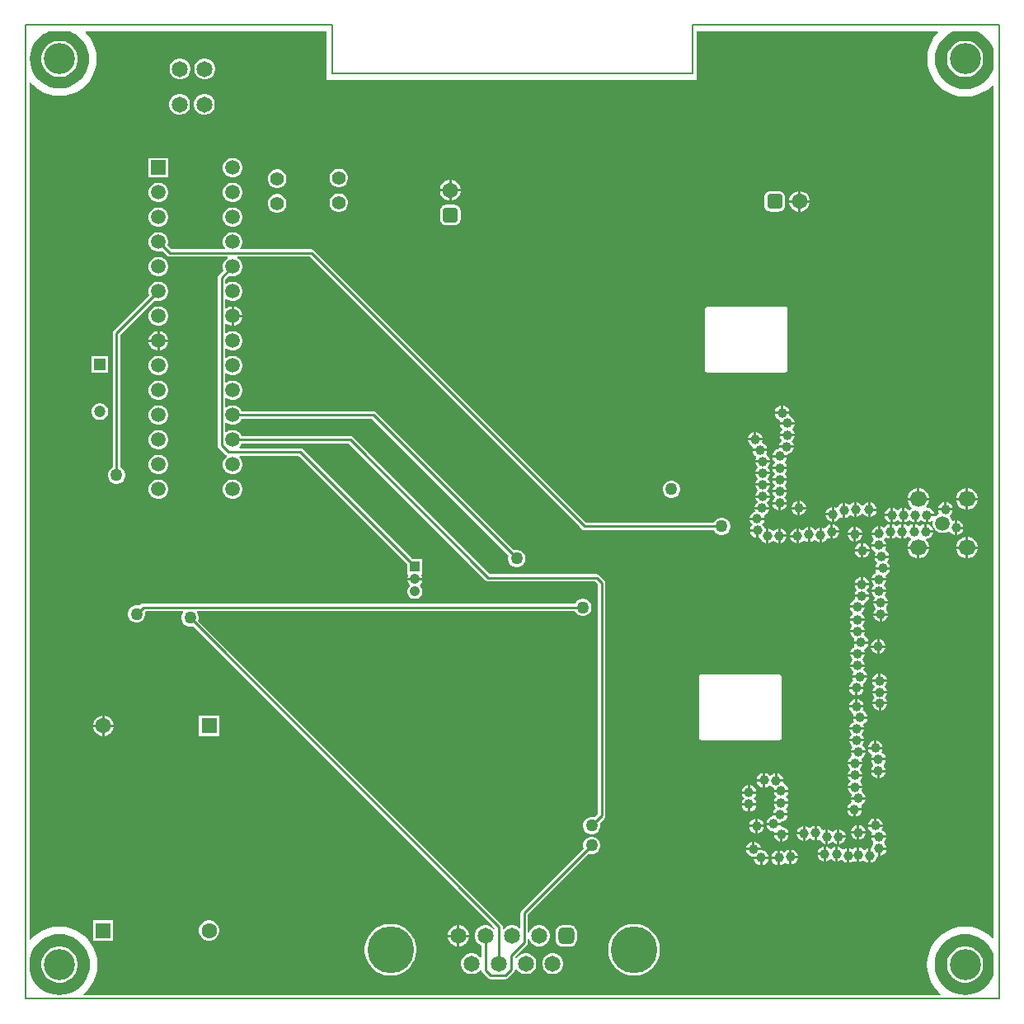
<source format=gbl>
G04*
G04 #@! TF.GenerationSoftware,Altium Limited,Altium Designer,23.6.0 (18)*
G04*
G04 Layer_Physical_Order=4*
G04 Layer_Color=16711680*
%FSLAX44Y44*%
%MOMM*%
G71*
G04*
G04 #@! TF.SameCoordinates,AADCE73A-F72B-4A01-A8B1-447CC9BFCAD9*
G04*
G04*
G04 #@! TF.FilePolarity,Positive*
G04*
G01*
G75*
%ADD10C,0.2000*%
%ADD16C,0.2540*%
%ADD51C,1.6000*%
%ADD52R,1.6000X1.6000*%
%ADD69R,1.5000X1.5000*%
%ADD70C,1.5000*%
%ADD71C,1.6500*%
%ADD72C,1.4000*%
%ADD73C,4.8000*%
G04:AMPARAMS|DCode=74|XSize=1.65mm|YSize=1.65mm|CornerRadius=0.4125mm|HoleSize=0mm|Usage=FLASHONLY|Rotation=0.000|XOffset=0mm|YOffset=0mm|HoleType=Round|Shape=RoundedRectangle|*
%AMROUNDEDRECTD74*
21,1,1.6500,0.8250,0,0,0.0*
21,1,0.8250,1.6500,0,0,0.0*
1,1,0.8250,0.4125,-0.4125*
1,1,0.8250,-0.4125,-0.4125*
1,1,0.8250,-0.4125,0.4125*
1,1,0.8250,0.4125,0.4125*
%
%ADD74ROUNDEDRECTD74*%
%ADD75C,1.0500*%
%ADD76R,1.0500X1.0500*%
%ADD77C,1.2000*%
%ADD78R,1.2000X1.2000*%
G04:AMPARAMS|DCode=79|XSize=1.6mm|YSize=1.6mm|CornerRadius=0.4mm|HoleSize=0mm|Usage=FLASHONLY|Rotation=90.000|XOffset=0mm|YOffset=0mm|HoleType=Round|Shape=RoundedRectangle|*
%AMROUNDEDRECTD79*
21,1,1.6000,0.8000,0,0,90.0*
21,1,0.8000,1.6000,0,0,90.0*
1,1,0.8000,0.4000,0.4000*
1,1,0.8000,0.4000,-0.4000*
1,1,0.8000,-0.4000,-0.4000*
1,1,0.8000,-0.4000,0.4000*
%
%ADD79ROUNDEDRECTD79*%
G04:AMPARAMS|DCode=80|XSize=1.6mm|YSize=1.6mm|CornerRadius=0.4mm|HoleSize=0mm|Usage=FLASHONLY|Rotation=0.000|XOffset=0mm|YOffset=0mm|HoleType=Round|Shape=RoundedRectangle|*
%AMROUNDEDRECTD80*
21,1,1.6000,0.8000,0,0,0.0*
21,1,0.8000,1.6000,0,0,0.0*
1,1,0.8000,0.4000,-0.4000*
1,1,0.8000,-0.4000,-0.4000*
1,1,0.8000,-0.4000,0.4000*
1,1,0.8000,0.4000,0.4000*
%
%ADD80ROUNDEDRECTD80*%
%ADD81C,1.6970*%
%ADD82C,3.2000*%
%ADD83C,1.0000*%
%ADD84C,1.2700*%
G36*
X937066Y991930D02*
X933569Y987836D01*
X930384Y982638D01*
X928051Y977006D01*
X926627Y971078D01*
X926149Y965000D01*
X926627Y958922D01*
X928051Y952994D01*
X930384Y947362D01*
X933569Y942164D01*
X937528Y937528D01*
X942164Y933569D01*
X947362Y930384D01*
X952994Y928051D01*
X958922Y926627D01*
X965000Y926149D01*
X971078Y926627D01*
X977006Y928051D01*
X982638Y930384D01*
X987836Y933569D01*
X992472Y937528D01*
X993008Y938157D01*
X994200Y937717D01*
Y62626D01*
X993008Y62186D01*
X992630Y62630D01*
X987967Y66612D01*
X982739Y69816D01*
X977075Y72162D01*
X971113Y73593D01*
X965000Y74074D01*
X958887Y73593D01*
X952925Y72162D01*
X947261Y69816D01*
X942033Y66612D01*
X937370Y62630D01*
X933388Y57967D01*
X930185Y52739D01*
X927838Y47075D01*
X926407Y41113D01*
X925926Y35000D01*
X926407Y28887D01*
X927838Y22925D01*
X930185Y17261D01*
X933388Y12033D01*
X937370Y7370D01*
X940379Y4801D01*
X939939Y3609D01*
X60061D01*
X59621Y4801D01*
X62630Y7370D01*
X66612Y12033D01*
X69816Y17261D01*
X72162Y22925D01*
X73593Y28887D01*
X74074Y35000D01*
X73593Y41113D01*
X72162Y47075D01*
X69816Y52739D01*
X66612Y57967D01*
X62630Y62630D01*
X57967Y66612D01*
X52739Y69816D01*
X47075Y72162D01*
X41113Y73593D01*
X35000Y74074D01*
X28887Y73593D01*
X22925Y72162D01*
X17261Y69816D01*
X12033Y66612D01*
X7370Y62630D01*
X5391Y60313D01*
X4200Y60752D01*
Y940723D01*
X5391Y941163D01*
X8050Y938050D01*
X12598Y934166D01*
X17697Y931041D01*
X23222Y928752D01*
X29038Y927356D01*
X35000Y926887D01*
X40962Y927356D01*
X46778Y928752D01*
X52303Y931041D01*
X57402Y934166D01*
X61950Y938050D01*
X65834Y942598D01*
X68959Y947697D01*
X71248Y953222D01*
X72644Y959038D01*
X73113Y965000D01*
X72644Y970962D01*
X71248Y976778D01*
X68959Y982303D01*
X65834Y987402D01*
X61967Y991930D01*
X62004Y992340D01*
X62321Y993200D01*
X309200D01*
Y943200D01*
X689200D01*
Y993200D01*
X936480D01*
X937066Y991930D01*
D02*
G37*
G36*
X48775Y992035D02*
X52835Y989547D01*
X56455Y986455D01*
X59547Y982835D01*
X62035Y978775D01*
X63857Y974376D01*
X64969Y969746D01*
X65342Y965000D01*
X64969Y960254D01*
X63857Y955624D01*
X62035Y951225D01*
X59547Y947165D01*
X56455Y943545D01*
X52835Y940453D01*
X48775Y937965D01*
X44376Y936143D01*
X39747Y935032D01*
X35000Y934658D01*
X30254Y935032D01*
X25624Y936143D01*
X21225Y937965D01*
X17165Y940453D01*
X13545Y943545D01*
X10453Y947165D01*
X7965Y951225D01*
X6143Y955624D01*
X5031Y960254D01*
X4658Y965000D01*
X5031Y969746D01*
X6143Y974376D01*
X7965Y978775D01*
X10453Y982835D01*
X13545Y986455D01*
X17165Y989547D01*
X21225Y992035D01*
X24038Y993200D01*
X45962D01*
X48775Y992035D01*
D02*
G37*
G36*
X979110Y992692D02*
X983268Y990144D01*
X986977Y986977D01*
X990144Y983268D01*
X992692Y979110D01*
X994200Y975471D01*
Y954529D01*
X992692Y950890D01*
X990144Y946732D01*
X986977Y943023D01*
X983268Y939856D01*
X979110Y937308D01*
X974604Y935441D01*
X969862Y934303D01*
X965000Y933920D01*
X960138Y934303D01*
X955396Y935441D01*
X950890Y937308D01*
X946732Y939856D01*
X943023Y943023D01*
X939856Y946732D01*
X937308Y950890D01*
X935441Y955396D01*
X934303Y960138D01*
X933920Y965000D01*
X934303Y969862D01*
X935441Y974604D01*
X937308Y979110D01*
X939856Y983268D01*
X943023Y986977D01*
X946732Y990144D01*
X950890Y992692D01*
X952115Y993200D01*
X977885D01*
X979110Y992692D01*
D02*
G37*
G36*
X969897Y65918D02*
X974673Y64771D01*
X979211Y62892D01*
X983400Y60325D01*
X987135Y57135D01*
X990325Y53400D01*
X992891Y49211D01*
X994200Y46052D01*
Y23948D01*
X992891Y20789D01*
X990325Y16600D01*
X987135Y12865D01*
X983400Y9675D01*
X979211Y7109D01*
X974673Y5229D01*
X969897Y4082D01*
X965000Y3697D01*
X960103Y4082D01*
X955327Y5229D01*
X950789Y7109D01*
X946600Y9675D01*
X942865Y12865D01*
X939675Y16600D01*
X937109Y20789D01*
X935229Y25327D01*
X934082Y30103D01*
X933697Y35000D01*
X934082Y39897D01*
X935229Y44673D01*
X937109Y49211D01*
X939675Y53400D01*
X942865Y57135D01*
X946600Y60325D01*
X950789Y62892D01*
X955327Y64771D01*
X960103Y65918D01*
X965000Y66303D01*
X969897Y65918D01*
D02*
G37*
G36*
X39897D02*
X44673Y64771D01*
X49211Y62892D01*
X53400Y60325D01*
X57135Y57135D01*
X60325Y53400D01*
X62892Y49211D01*
X64771Y44673D01*
X65918Y39897D01*
X66303Y35000D01*
X65918Y30103D01*
X64771Y25327D01*
X62892Y20789D01*
X60325Y16600D01*
X57135Y12865D01*
X53400Y9675D01*
X49211Y7109D01*
X44673Y5229D01*
X39897Y4082D01*
X35000Y3697D01*
X30103Y4082D01*
X25327Y5229D01*
X20789Y7109D01*
X16600Y9675D01*
X12865Y12865D01*
X9675Y16600D01*
X7109Y20789D01*
X5229Y25327D01*
X4200Y29612D01*
Y40388D01*
X5229Y44673D01*
X7109Y49211D01*
X9675Y53400D01*
X12865Y57135D01*
X16600Y60325D01*
X20789Y62892D01*
X25327Y64771D01*
X30103Y65918D01*
X35000Y66303D01*
X39897Y65918D01*
D02*
G37*
%LPC*%
G36*
X185621Y965590D02*
X182780D01*
X180035Y964855D01*
X177575Y963434D01*
X175566Y961425D01*
X174145Y958965D01*
X173410Y956220D01*
Y953379D01*
X174145Y950635D01*
X175566Y948175D01*
X177575Y946166D01*
X180035Y944745D01*
X182780Y944010D01*
X185621D01*
X188365Y944745D01*
X190825Y946166D01*
X192834Y948175D01*
X194255Y950635D01*
X194990Y953379D01*
Y956220D01*
X194255Y958965D01*
X192834Y961425D01*
X190825Y963434D01*
X188365Y964855D01*
X185621Y965590D01*
D02*
G37*
G36*
X160221D02*
X157380D01*
X154635Y964855D01*
X152175Y963434D01*
X150166Y961425D01*
X148745Y958965D01*
X148010Y956220D01*
Y953379D01*
X148745Y950635D01*
X150166Y948175D01*
X152175Y946166D01*
X154635Y944745D01*
X157380Y944010D01*
X160221D01*
X162965Y944745D01*
X165425Y946166D01*
X167434Y948175D01*
X168855Y950635D01*
X169590Y953379D01*
Y956220D01*
X168855Y958965D01*
X167434Y961425D01*
X165425Y963434D01*
X162965Y964855D01*
X160221Y965590D01*
D02*
G37*
G36*
X185120Y929090D02*
X182279D01*
X179535Y928355D01*
X177075Y926934D01*
X175066Y924925D01*
X173645Y922465D01*
X172910Y919721D01*
Y916880D01*
X173645Y914135D01*
X175066Y911675D01*
X177075Y909666D01*
X179535Y908245D01*
X182279Y907510D01*
X185120D01*
X187864Y908245D01*
X190325Y909666D01*
X192334Y911675D01*
X193755Y914135D01*
X194490Y916880D01*
Y919721D01*
X193755Y922465D01*
X192334Y924925D01*
X190325Y926934D01*
X187864Y928355D01*
X185120Y929090D01*
D02*
G37*
G36*
X159720D02*
X156879D01*
X154135Y928355D01*
X151675Y926934D01*
X149666Y924925D01*
X148245Y922465D01*
X147510Y919721D01*
Y916880D01*
X148245Y914135D01*
X149666Y911675D01*
X151675Y909666D01*
X154135Y908245D01*
X156879Y907510D01*
X159720D01*
X162465Y908245D01*
X164925Y909666D01*
X166934Y911675D01*
X168354Y914135D01*
X169090Y916880D01*
Y919721D01*
X168354Y922465D01*
X166934Y924925D01*
X164925Y926934D01*
X162465Y928355D01*
X159720Y929090D01*
D02*
G37*
G36*
X214122Y863340D02*
X211478D01*
X208925Y862656D01*
X206635Y861334D01*
X204766Y859465D01*
X203444Y857175D01*
X202760Y854622D01*
Y851978D01*
X203444Y849425D01*
X204766Y847135D01*
X206635Y845266D01*
X208925Y843944D01*
X211478Y843260D01*
X214122D01*
X216675Y843944D01*
X218965Y845266D01*
X220834Y847135D01*
X222156Y849425D01*
X222840Y851978D01*
Y854622D01*
X222156Y857175D01*
X220834Y859465D01*
X218965Y861334D01*
X216675Y862656D01*
X214122Y863340D01*
D02*
G37*
G36*
X146640D02*
X126560D01*
Y843260D01*
X146640D01*
Y863340D01*
D02*
G37*
G36*
X323056Y852240D02*
X320544D01*
X318118Y851590D01*
X315942Y850334D01*
X314166Y848558D01*
X312910Y846382D01*
X312260Y843956D01*
Y841444D01*
X312910Y839018D01*
X314166Y836842D01*
X315942Y835066D01*
X318118Y833810D01*
X320544Y833160D01*
X323056D01*
X325482Y833810D01*
X327658Y835066D01*
X329434Y836842D01*
X330690Y839018D01*
X331340Y841444D01*
Y843956D01*
X330690Y846382D01*
X329434Y848558D01*
X327658Y850334D01*
X325482Y851590D01*
X323056Y852240D01*
D02*
G37*
G36*
X259756Y851540D02*
X257244D01*
X254818Y850890D01*
X252642Y849634D01*
X250866Y847858D01*
X249610Y845682D01*
X248960Y843256D01*
Y840744D01*
X249610Y838318D01*
X250866Y836142D01*
X252642Y834366D01*
X254818Y833110D01*
X257244Y832460D01*
X259756D01*
X262183Y833110D01*
X264358Y834366D01*
X266134Y836142D01*
X267390Y838318D01*
X268040Y840744D01*
Y843256D01*
X267390Y845682D01*
X266134Y847858D01*
X264358Y849634D01*
X262183Y850890D01*
X259756Y851540D01*
D02*
G37*
G36*
X437688Y840640D02*
X437570D01*
Y831370D01*
X446840D01*
Y831488D01*
X446122Y834168D01*
X444734Y836572D01*
X442772Y838534D01*
X440368Y839922D01*
X437688Y840640D01*
D02*
G37*
G36*
X435030D02*
X434913D01*
X432232Y839922D01*
X429828Y838534D01*
X427866Y836572D01*
X426479Y834168D01*
X425760Y831488D01*
Y831370D01*
X435030D01*
Y840640D01*
D02*
G37*
G36*
X796288Y829340D02*
X796170D01*
Y820070D01*
X805440D01*
Y820188D01*
X804722Y822868D01*
X803334Y825272D01*
X801372Y827234D01*
X798968Y828622D01*
X796288Y829340D01*
D02*
G37*
G36*
X793630D02*
X793512D01*
X790832Y828622D01*
X788428Y827234D01*
X786466Y825272D01*
X785078Y822868D01*
X784360Y820188D01*
Y820070D01*
X793630D01*
Y829340D01*
D02*
G37*
G36*
X446840Y828830D02*
X437570D01*
Y819560D01*
X437688D01*
X440368Y820278D01*
X442772Y821666D01*
X444734Y823628D01*
X446122Y826032D01*
X446840Y828712D01*
Y828830D01*
D02*
G37*
G36*
X435030D02*
X425760D01*
Y828712D01*
X426479Y826032D01*
X427866Y823628D01*
X429828Y821666D01*
X432232Y820278D01*
X434913Y819560D01*
X435030D01*
Y828830D01*
D02*
G37*
G36*
X214122Y837940D02*
X211478D01*
X208925Y837256D01*
X206635Y835934D01*
X204766Y834065D01*
X203444Y831775D01*
X202760Y829222D01*
Y826578D01*
X203444Y824025D01*
X204766Y821735D01*
X206635Y819866D01*
X208925Y818544D01*
X211478Y817860D01*
X214122D01*
X216675Y818544D01*
X218965Y819866D01*
X220834Y821735D01*
X222156Y824025D01*
X222840Y826578D01*
Y829222D01*
X222156Y831775D01*
X220834Y834065D01*
X218965Y835934D01*
X216675Y837256D01*
X214122Y837940D01*
D02*
G37*
G36*
X137922D02*
X135278D01*
X132725Y837256D01*
X130435Y835934D01*
X128566Y834065D01*
X127244Y831775D01*
X126560Y829222D01*
Y826578D01*
X127244Y824025D01*
X128566Y821735D01*
X130435Y819866D01*
X132725Y818544D01*
X135278Y817860D01*
X137922D01*
X140475Y818544D01*
X142765Y819866D01*
X144634Y821735D01*
X145956Y824025D01*
X146640Y826578D01*
Y829222D01*
X145956Y831775D01*
X144634Y834065D01*
X142765Y835934D01*
X140475Y837256D01*
X137922Y837940D01*
D02*
G37*
G36*
X805440Y817530D02*
X796170D01*
Y808260D01*
X796288D01*
X798968Y808978D01*
X801372Y810366D01*
X803334Y812328D01*
X804722Y814732D01*
X805440Y817412D01*
Y817530D01*
D02*
G37*
G36*
X793630D02*
X784360D01*
Y817412D01*
X785078Y814732D01*
X786466Y812328D01*
X788428Y810366D01*
X790832Y808978D01*
X793512Y808260D01*
X793630D01*
Y817530D01*
D02*
G37*
G36*
X773500Y829397D02*
X765500D01*
X763793Y829172D01*
X762202Y828513D01*
X760836Y827464D01*
X759787Y826098D01*
X759128Y824507D01*
X758904Y822800D01*
Y814800D01*
X759128Y813093D01*
X759787Y811502D01*
X760836Y810136D01*
X762202Y809087D01*
X763793Y808428D01*
X765500Y808204D01*
X773500D01*
X775207Y808428D01*
X776798Y809087D01*
X778164Y810136D01*
X779213Y811502D01*
X779872Y813093D01*
X780096Y814800D01*
Y822800D01*
X779872Y824507D01*
X779213Y826098D01*
X778164Y827464D01*
X776798Y828513D01*
X775207Y829172D01*
X773500Y829397D01*
D02*
G37*
G36*
X323056Y826840D02*
X320544D01*
X318118Y826190D01*
X315942Y824934D01*
X314166Y823158D01*
X312910Y820982D01*
X312260Y818556D01*
Y816044D01*
X312910Y813618D01*
X314166Y811442D01*
X315942Y809666D01*
X318118Y808410D01*
X320544Y807760D01*
X323056D01*
X325482Y808410D01*
X327658Y809666D01*
X329434Y811442D01*
X330690Y813618D01*
X331340Y816044D01*
Y818556D01*
X330690Y820982D01*
X329434Y823158D01*
X327658Y824934D01*
X325482Y826190D01*
X323056Y826840D01*
D02*
G37*
G36*
X259756Y826140D02*
X257244D01*
X254818Y825490D01*
X252642Y824234D01*
X250866Y822458D01*
X249610Y820282D01*
X248960Y817856D01*
Y815344D01*
X249610Y812918D01*
X250866Y810742D01*
X252642Y808966D01*
X254818Y807710D01*
X257244Y807060D01*
X259756D01*
X262183Y807710D01*
X264358Y808966D01*
X266134Y810742D01*
X267390Y812918D01*
X268040Y815344D01*
Y817856D01*
X267390Y820282D01*
X266134Y822458D01*
X264358Y824234D01*
X262183Y825490D01*
X259756Y826140D01*
D02*
G37*
G36*
X440300Y815296D02*
X432300D01*
X430593Y815072D01*
X429002Y814413D01*
X427636Y813364D01*
X426587Y811998D01*
X425929Y810407D01*
X425704Y808700D01*
Y800700D01*
X425929Y798993D01*
X426587Y797402D01*
X427636Y796036D01*
X429002Y794987D01*
X430593Y794328D01*
X432300Y794104D01*
X440300D01*
X442007Y794328D01*
X443598Y794987D01*
X444965Y796036D01*
X446013Y797402D01*
X446672Y798993D01*
X446897Y800700D01*
Y808700D01*
X446672Y810407D01*
X446013Y811998D01*
X444965Y813364D01*
X443598Y814413D01*
X442007Y815072D01*
X440300Y815296D01*
D02*
G37*
G36*
X214122Y812540D02*
X211478D01*
X208925Y811856D01*
X206635Y810534D01*
X204766Y808665D01*
X203444Y806375D01*
X202760Y803822D01*
Y801178D01*
X203444Y798625D01*
X204766Y796335D01*
X206635Y794466D01*
X208925Y793144D01*
X211478Y792460D01*
X214122D01*
X216675Y793144D01*
X218965Y794466D01*
X220834Y796335D01*
X222156Y798625D01*
X222840Y801178D01*
Y803822D01*
X222156Y806375D01*
X220834Y808665D01*
X218965Y810534D01*
X216675Y811856D01*
X214122Y812540D01*
D02*
G37*
G36*
X137922D02*
X135278D01*
X132725Y811856D01*
X130435Y810534D01*
X128566Y808665D01*
X127244Y806375D01*
X126560Y803822D01*
Y801178D01*
X127244Y798625D01*
X128566Y796335D01*
X130435Y794466D01*
X132725Y793144D01*
X135278Y792460D01*
X137922D01*
X140475Y793144D01*
X142765Y794466D01*
X144634Y796335D01*
X145956Y798625D01*
X146640Y801178D01*
Y803822D01*
X145956Y806375D01*
X144634Y808665D01*
X142765Y810534D01*
X140475Y811856D01*
X137922Y812540D01*
D02*
G37*
G36*
X214122Y787140D02*
X211478D01*
X208925Y786456D01*
X206635Y785134D01*
X204766Y783265D01*
X203444Y780975D01*
X202760Y778422D01*
Y775778D01*
X203444Y773225D01*
X204766Y770935D01*
X204965Y770736D01*
X204479Y769563D01*
X149631D01*
X145959Y773235D01*
X146640Y775778D01*
Y778422D01*
X145956Y780975D01*
X144634Y783265D01*
X142765Y785134D01*
X140475Y786456D01*
X137922Y787140D01*
X135278D01*
X132725Y786456D01*
X130435Y785134D01*
X128566Y783265D01*
X127244Y780975D01*
X126560Y778422D01*
Y775778D01*
X127244Y773225D01*
X128566Y770935D01*
X130435Y769066D01*
X132725Y767744D01*
X135278Y767060D01*
X137922D01*
X140465Y767741D01*
X145275Y762931D01*
X146535Y762089D01*
X148022Y761793D01*
X207662D01*
X208003Y760523D01*
X206635Y759734D01*
X204766Y757865D01*
X203444Y755575D01*
X202760Y753022D01*
Y750378D01*
X203442Y747835D01*
X198621Y743015D01*
X197779Y741754D01*
X197483Y740268D01*
Y568320D01*
X197779Y566833D01*
X198621Y565573D01*
X205733Y558461D01*
X206521Y557934D01*
X206628Y556627D01*
X206618Y556577D01*
X206583Y556482D01*
X204766Y554665D01*
X203444Y552375D01*
X202760Y549822D01*
Y547178D01*
X203444Y544625D01*
X204766Y542335D01*
X206635Y540466D01*
X208925Y539144D01*
X211478Y538460D01*
X214122D01*
X216675Y539144D01*
X218965Y540466D01*
X220834Y542335D01*
X222156Y544625D01*
X222840Y547178D01*
Y549822D01*
X222156Y552375D01*
X220834Y554665D01*
X219445Y556053D01*
X219971Y557323D01*
X280783D01*
X392110Y445996D01*
Y435910D01*
X392273D01*
X393006Y434640D01*
X392641Y434007D01*
X392175Y432270D01*
X399900D01*
X407625D01*
X407159Y434007D01*
X406794Y434640D01*
X407527Y435910D01*
X407690D01*
Y451490D01*
X397604D01*
X285139Y563955D01*
X283879Y564797D01*
X282392Y565093D01*
X219988D01*
X219461Y566363D01*
X220834Y567735D01*
X222150Y570015D01*
X332101D01*
X472687Y429429D01*
X473947Y428587D01*
X475434Y428291D01*
X585077D01*
X587881Y425487D01*
Y189455D01*
X584526Y186100D01*
X582770Y186570D01*
X580429D01*
X578168Y185964D01*
X576141Y184794D01*
X574486Y183139D01*
X573316Y181112D01*
X572710Y178851D01*
Y176510D01*
X573316Y174249D01*
X574486Y172222D01*
X576141Y170566D01*
X578168Y169396D01*
X580429Y168790D01*
X582770D01*
X585031Y169396D01*
X587058Y170566D01*
X588714Y172222D01*
X589884Y174249D01*
X590490Y176510D01*
Y178851D01*
X590019Y180606D01*
X594513Y185099D01*
X595355Y186360D01*
X595651Y187846D01*
Y427096D01*
X595355Y428583D01*
X594513Y429843D01*
X589433Y434923D01*
X588173Y435765D01*
X586686Y436061D01*
X477043D01*
X336457Y576647D01*
X335197Y577489D01*
X333710Y577785D01*
X222150D01*
X220834Y580065D01*
X218965Y581934D01*
X216675Y583256D01*
X214122Y583940D01*
X211478D01*
X208925Y583256D01*
X206635Y581934D01*
X206426Y581725D01*
X205253Y582211D01*
Y590989D01*
X206426Y591475D01*
X206635Y591266D01*
X208925Y589944D01*
X211478Y589260D01*
X214122D01*
X216675Y589944D01*
X218965Y591266D01*
X220834Y593135D01*
X222150Y595415D01*
X355723D01*
X496224Y454914D01*
X495754Y453158D01*
Y450818D01*
X496360Y448557D01*
X497530Y446529D01*
X499185Y444874D01*
X501213Y443704D01*
X503474Y443098D01*
X505814D01*
X508075Y443704D01*
X510103Y444874D01*
X511758Y446529D01*
X512928Y448557D01*
X513534Y450818D01*
Y453158D01*
X512928Y455419D01*
X511758Y457447D01*
X510103Y459102D01*
X508075Y460272D01*
X505814Y460878D01*
X503474D01*
X501718Y460408D01*
X360079Y602047D01*
X358819Y602889D01*
X357332Y603185D01*
X222150D01*
X220834Y605465D01*
X218965Y607334D01*
X216675Y608656D01*
X214122Y609340D01*
X211478D01*
X208925Y608656D01*
X206635Y607334D01*
X206426Y607124D01*
X205253Y607611D01*
Y616389D01*
X206426Y616875D01*
X206635Y616666D01*
X208925Y615344D01*
X211478Y614660D01*
X214122D01*
X216675Y615344D01*
X218965Y616666D01*
X220834Y618535D01*
X222156Y620825D01*
X222840Y623378D01*
Y626022D01*
X222156Y628575D01*
X220834Y630865D01*
X218965Y632734D01*
X216675Y634056D01*
X214122Y634740D01*
X211478D01*
X208925Y634056D01*
X206635Y632734D01*
X206426Y632524D01*
X205253Y633010D01*
Y641789D01*
X206426Y642275D01*
X206635Y642066D01*
X208925Y640744D01*
X211478Y640060D01*
X214122D01*
X216675Y640744D01*
X218965Y642066D01*
X220834Y643935D01*
X222156Y646225D01*
X222840Y648778D01*
Y651422D01*
X222156Y653975D01*
X220834Y656265D01*
X218965Y658134D01*
X216675Y659456D01*
X214122Y660140D01*
X211478D01*
X208925Y659456D01*
X206635Y658134D01*
X206426Y657924D01*
X205253Y658410D01*
Y667189D01*
X206426Y667675D01*
X206635Y667466D01*
X208925Y666144D01*
X211478Y665460D01*
X214122D01*
X216675Y666144D01*
X218965Y667466D01*
X220834Y669335D01*
X222156Y671625D01*
X222840Y674178D01*
Y676822D01*
X222156Y679375D01*
X220834Y681665D01*
X218965Y683534D01*
X216675Y684856D01*
X214122Y685540D01*
X211478D01*
X208925Y684856D01*
X206635Y683534D01*
X206426Y683325D01*
X205253Y683811D01*
Y692589D01*
X206426Y693075D01*
X206635Y692866D01*
X208925Y691544D01*
X211478Y690860D01*
X211530D01*
Y700900D01*
Y710940D01*
X211478D01*
X208925Y710256D01*
X206635Y708934D01*
X206426Y708725D01*
X205253Y709211D01*
Y717989D01*
X206426Y718475D01*
X206635Y718266D01*
X208925Y716944D01*
X211478Y716260D01*
X214122D01*
X216675Y716944D01*
X218965Y718266D01*
X220834Y720135D01*
X222156Y722425D01*
X222840Y724978D01*
Y727622D01*
X222156Y730175D01*
X220834Y732465D01*
X218965Y734334D01*
X216675Y735656D01*
X214122Y736340D01*
X211478D01*
X208925Y735656D01*
X206635Y734334D01*
X206426Y734125D01*
X205253Y734611D01*
Y738659D01*
X208935Y742341D01*
X211478Y741660D01*
X214122D01*
X216675Y742344D01*
X218965Y743666D01*
X220834Y745535D01*
X222156Y747825D01*
X222840Y750378D01*
Y753022D01*
X222156Y755575D01*
X220834Y757865D01*
X218965Y759734D01*
X217597Y760523D01*
X217938Y761793D01*
X291961D01*
X571437Y482317D01*
X572697Y481475D01*
X574184Y481179D01*
X706878D01*
X707786Y479605D01*
X709442Y477950D01*
X711469Y476780D01*
X713730Y476174D01*
X716070D01*
X718332Y476780D01*
X720359Y477950D01*
X722014Y479605D01*
X723184Y481632D01*
X723790Y483894D01*
Y486234D01*
X723184Y488495D01*
X722014Y490522D01*
X720359Y492178D01*
X718332Y493348D01*
X716070Y493954D01*
X713730D01*
X711469Y493348D01*
X709442Y492178D01*
X707786Y490522D01*
X706878Y488949D01*
X575793D01*
X296317Y768425D01*
X295057Y769267D01*
X293570Y769563D01*
X221121D01*
X220635Y770736D01*
X220834Y770935D01*
X222156Y773225D01*
X222840Y775778D01*
Y778422D01*
X222156Y780975D01*
X220834Y783265D01*
X218965Y785134D01*
X216675Y786456D01*
X214122Y787140D01*
D02*
G37*
G36*
X137922Y761740D02*
X135278D01*
X132725Y761056D01*
X130435Y759734D01*
X128566Y757865D01*
X127244Y755575D01*
X126560Y753022D01*
Y750378D01*
X127244Y747825D01*
X128566Y745535D01*
X130435Y743666D01*
X132725Y742344D01*
X135278Y741660D01*
X137922D01*
X140475Y742344D01*
X142765Y743666D01*
X144634Y745535D01*
X145956Y747825D01*
X146640Y750378D01*
Y753022D01*
X145956Y755575D01*
X144634Y757865D01*
X142765Y759734D01*
X140475Y761056D01*
X137922Y761740D01*
D02*
G37*
G36*
Y736340D02*
X135278D01*
X132725Y735656D01*
X130435Y734334D01*
X128566Y732465D01*
X127244Y730175D01*
X126560Y727622D01*
Y724978D01*
X127241Y722435D01*
X90893Y686087D01*
X90051Y684826D01*
X89755Y683340D01*
Y545662D01*
X88181Y544754D01*
X86526Y543098D01*
X85356Y541071D01*
X84750Y538810D01*
Y536469D01*
X85356Y534208D01*
X86526Y532181D01*
X88181Y530526D01*
X90209Y529356D01*
X92470Y528750D01*
X94810D01*
X97071Y529356D01*
X99099Y530526D01*
X100754Y532181D01*
X101924Y534208D01*
X102530Y536469D01*
Y538810D01*
X101924Y541071D01*
X100754Y543098D01*
X99099Y544754D01*
X97525Y545662D01*
Y681731D01*
X132735Y716941D01*
X135278Y716260D01*
X137922D01*
X140475Y716944D01*
X142765Y718266D01*
X144634Y720135D01*
X145956Y722425D01*
X146640Y724978D01*
Y727622D01*
X145956Y730175D01*
X144634Y732465D01*
X142765Y734334D01*
X140475Y735656D01*
X137922Y736340D01*
D02*
G37*
G36*
X214122Y710940D02*
X214070D01*
Y702170D01*
X222840D01*
Y702222D01*
X222156Y704775D01*
X220834Y707065D01*
X218965Y708934D01*
X216675Y710256D01*
X214122Y710940D01*
D02*
G37*
G36*
X222840Y699630D02*
X214070D01*
Y690860D01*
X214122D01*
X216675Y691544D01*
X218965Y692866D01*
X220834Y694735D01*
X222156Y697025D01*
X222840Y699578D01*
Y699630D01*
D02*
G37*
G36*
X137922Y710940D02*
X135278D01*
X132725Y710256D01*
X130435Y708934D01*
X128566Y707065D01*
X127244Y704775D01*
X126560Y702222D01*
Y699578D01*
X127244Y697025D01*
X128566Y694735D01*
X130435Y692866D01*
X132725Y691544D01*
X135278Y690860D01*
X137922D01*
X140475Y691544D01*
X142765Y692866D01*
X144634Y694735D01*
X145956Y697025D01*
X146640Y699578D01*
Y702222D01*
X145956Y704775D01*
X144634Y707065D01*
X142765Y708934D01*
X140475Y710256D01*
X137922Y710940D01*
D02*
G37*
G36*
Y685540D02*
X137870D01*
Y676770D01*
X146640D01*
Y676822D01*
X145956Y679375D01*
X144634Y681665D01*
X142765Y683534D01*
X140475Y684856D01*
X137922Y685540D01*
D02*
G37*
G36*
X135330D02*
X135278D01*
X132725Y684856D01*
X130435Y683534D01*
X128566Y681665D01*
X127244Y679375D01*
X126560Y676822D01*
Y676770D01*
X135330D01*
Y685540D01*
D02*
G37*
G36*
X146640Y674230D02*
X137870D01*
Y665460D01*
X137922D01*
X140475Y666144D01*
X142765Y667466D01*
X144634Y669335D01*
X145956Y671625D01*
X146640Y674178D01*
Y674230D01*
D02*
G37*
G36*
X135330D02*
X126560D01*
Y674178D01*
X127244Y671625D01*
X128566Y669335D01*
X130435Y667466D01*
X132725Y666144D01*
X135278Y665460D01*
X135330D01*
Y674230D01*
D02*
G37*
G36*
X780300Y710740D02*
X700343D01*
X699352Y710543D01*
X698512Y709981D01*
X697951Y709141D01*
X697753Y708150D01*
Y645634D01*
X697951Y644643D01*
X698512Y643803D01*
X699352Y643242D01*
X700343Y643044D01*
X780300D01*
X781291Y643242D01*
X782131Y643803D01*
X782693Y644643D01*
X782890Y645634D01*
Y708150D01*
X782693Y709141D01*
X782131Y709981D01*
X781291Y710543D01*
X780300Y710740D01*
D02*
G37*
G36*
X85040Y660040D02*
X67960D01*
Y642960D01*
X85040D01*
Y660040D01*
D02*
G37*
G36*
X137922Y660140D02*
X135278D01*
X132725Y659456D01*
X130435Y658134D01*
X128566Y656265D01*
X127244Y653975D01*
X126560Y651422D01*
Y648778D01*
X127244Y646225D01*
X128566Y643935D01*
X130435Y642066D01*
X132725Y640744D01*
X135278Y640060D01*
X137922D01*
X140475Y640744D01*
X142765Y642066D01*
X144634Y643935D01*
X145956Y646225D01*
X146640Y648778D01*
Y651422D01*
X145956Y653975D01*
X144634Y656265D01*
X142765Y658134D01*
X140475Y659456D01*
X137922Y660140D01*
D02*
G37*
G36*
Y634740D02*
X135278D01*
X132725Y634056D01*
X130435Y632734D01*
X128566Y630865D01*
X127244Y628575D01*
X126560Y626022D01*
Y623378D01*
X127244Y620825D01*
X128566Y618535D01*
X130435Y616666D01*
X132725Y615344D01*
X135278Y614660D01*
X137922D01*
X140475Y615344D01*
X142765Y616666D01*
X144634Y618535D01*
X145956Y620825D01*
X146640Y623378D01*
Y626022D01*
X145956Y628575D01*
X144634Y630865D01*
X142765Y632734D01*
X140475Y634056D01*
X137922Y634740D01*
D02*
G37*
G36*
X778298Y609036D02*
Y602840D01*
X784493D01*
X784054Y604480D01*
X783061Y606200D01*
X781657Y607603D01*
X779938Y608596D01*
X778298Y609036D01*
D02*
G37*
G36*
X775758D02*
X774117Y608596D01*
X772398Y607603D01*
X770994Y606200D01*
X770001Y604480D01*
X769562Y602840D01*
X775758D01*
Y609036D01*
D02*
G37*
G36*
X77624Y611240D02*
X75376D01*
X73204Y610658D01*
X71256Y609534D01*
X69666Y607944D01*
X68542Y605996D01*
X67960Y603824D01*
Y601576D01*
X68542Y599404D01*
X69666Y597456D01*
X71256Y595866D01*
X73204Y594742D01*
X75376Y594160D01*
X77624D01*
X79796Y594742D01*
X81744Y595866D01*
X83334Y597456D01*
X84458Y599404D01*
X85040Y601576D01*
Y603824D01*
X84458Y605996D01*
X83334Y607944D01*
X81744Y609534D01*
X79796Y610658D01*
X77624Y611240D01*
D02*
G37*
G36*
X784493Y600300D02*
X769562D01*
X770001Y598660D01*
X770994Y596940D01*
X772398Y595536D01*
X774117Y594544D01*
X774366Y594477D01*
X775046Y592980D01*
X774795Y592041D01*
X789726D01*
X789287Y593681D01*
X788294Y595401D01*
X786890Y596805D01*
X785171Y597797D01*
X784922Y597864D01*
X784242Y599361D01*
X784493Y600300D01*
D02*
G37*
G36*
X137922Y609340D02*
X135278D01*
X132725Y608656D01*
X130435Y607334D01*
X128566Y605465D01*
X127244Y603175D01*
X126560Y600622D01*
Y597978D01*
X127244Y595425D01*
X128566Y593135D01*
X130435Y591266D01*
X132725Y589944D01*
X135278Y589260D01*
X137922D01*
X140475Y589944D01*
X142765Y591266D01*
X144634Y593135D01*
X145956Y595425D01*
X146640Y597978D01*
Y600622D01*
X145956Y603175D01*
X144634Y605465D01*
X142765Y607334D01*
X140475Y608656D01*
X137922Y609340D01*
D02*
G37*
G36*
X789726Y589501D02*
X774795D01*
X775234Y587861D01*
X776227Y586142D01*
X777597Y584771D01*
X776227Y583401D01*
X775234Y581682D01*
X774795Y580041D01*
X789726D01*
X789287Y581682D01*
X788294Y583401D01*
X786924Y584771D01*
X788294Y586142D01*
X789287Y587861D01*
X789726Y589501D01*
D02*
G37*
G36*
X750610Y581853D02*
Y575657D01*
X756805D01*
X756366Y577298D01*
X755373Y579017D01*
X753969Y580421D01*
X752250Y581413D01*
X750610Y581853D01*
D02*
G37*
G36*
X748070D02*
X746430Y581413D01*
X744710Y580421D01*
X743306Y579017D01*
X742314Y577298D01*
X741874Y575657D01*
X748070D01*
Y581853D01*
D02*
G37*
G36*
X789726Y577501D02*
X774795D01*
X775234Y575861D01*
X776227Y574142D01*
X776886Y573482D01*
X776801Y572833D01*
X775397Y571429D01*
X774404Y569710D01*
X773965Y568070D01*
X788896D01*
X788457Y569710D01*
X787464Y571429D01*
X786805Y572089D01*
X786890Y572738D01*
X788294Y574142D01*
X789287Y575861D01*
X789726Y577501D01*
D02*
G37*
G36*
X756805Y573117D02*
X741874D01*
X742314Y571477D01*
X743306Y569758D01*
X744710Y568354D01*
X746430Y567361D01*
X746459Y567353D01*
X747025Y565887D01*
X746698Y564670D01*
X761630D01*
X761190Y566310D01*
X760198Y568029D01*
X758794Y569433D01*
X757074Y570426D01*
X757045Y570434D01*
X756479Y571900D01*
X756805Y573117D01*
D02*
G37*
G36*
X137922Y583940D02*
X135278D01*
X132725Y583256D01*
X130435Y581934D01*
X128566Y580065D01*
X127244Y577775D01*
X126560Y575222D01*
Y572578D01*
X127244Y570025D01*
X128566Y567735D01*
X130435Y565866D01*
X132725Y564544D01*
X135278Y563860D01*
X137922D01*
X140475Y564544D01*
X142765Y565866D01*
X144634Y567735D01*
X145956Y570025D01*
X146640Y572578D01*
Y575222D01*
X145956Y577775D01*
X144634Y580065D01*
X142765Y581934D01*
X140475Y583256D01*
X137922Y583940D01*
D02*
G37*
G36*
X788896Y565530D02*
X773878D01*
X772977Y564310D01*
X771684Y563964D01*
X769964Y562971D01*
X768560Y561567D01*
X767568Y559848D01*
X767128Y558208D01*
X782147D01*
X783048Y559427D01*
X784341Y559774D01*
X786060Y560766D01*
X787464Y562170D01*
X788457Y563890D01*
X788896Y565530D01*
D02*
G37*
G36*
X761630Y562130D02*
X746698D01*
X747138Y560489D01*
X748131Y558770D01*
X749534Y557366D01*
X749996Y557100D01*
X750432Y555434D01*
X749980Y554652D01*
X749541Y553011D01*
X764472D01*
X764033Y554652D01*
X763040Y556371D01*
X761636Y557775D01*
X761175Y558041D01*
X760739Y559707D01*
X761190Y560489D01*
X761630Y562130D01*
D02*
G37*
G36*
X782059Y555668D02*
X767128D01*
X767568Y554027D01*
X768560Y552308D01*
X769931Y550938D01*
X768560Y549567D01*
X767568Y547848D01*
X767128Y546208D01*
X782059D01*
X781620Y547848D01*
X780627Y549567D01*
X779257Y550938D01*
X780627Y552308D01*
X781620Y554027D01*
X782059Y555668D01*
D02*
G37*
G36*
X764472Y550471D02*
X749541D01*
X749980Y548831D01*
X750973Y547112D01*
X752343Y545741D01*
X750973Y544371D01*
X749980Y542652D01*
X749541Y541011D01*
X764472D01*
X764033Y542652D01*
X763040Y544371D01*
X761670Y545741D01*
X763040Y547112D01*
X764033Y548831D01*
X764472Y550471D01*
D02*
G37*
G36*
X137922Y558540D02*
X135278D01*
X132725Y557856D01*
X130435Y556534D01*
X128566Y554665D01*
X127244Y552375D01*
X126560Y549822D01*
Y547178D01*
X127244Y544625D01*
X128566Y542335D01*
X130435Y540466D01*
X132725Y539144D01*
X135278Y538460D01*
X137922D01*
X140475Y539144D01*
X142765Y540466D01*
X144634Y542335D01*
X145956Y544625D01*
X146640Y547178D01*
Y549822D01*
X145956Y552375D01*
X144634Y554665D01*
X142765Y556534D01*
X140475Y557856D01*
X137922Y558540D01*
D02*
G37*
G36*
X782059Y543668D02*
X767128D01*
X767568Y542028D01*
X768560Y540308D01*
X769931Y538938D01*
X768560Y537567D01*
X767568Y535848D01*
X767128Y534208D01*
X782059D01*
X781620Y535848D01*
X780627Y537567D01*
X779257Y538938D01*
X780627Y540308D01*
X781620Y542028D01*
X782059Y543668D01*
D02*
G37*
G36*
X764472Y538471D02*
X749541D01*
X749980Y536831D01*
X750973Y535112D01*
X752343Y533741D01*
X750973Y532371D01*
X749980Y530652D01*
X749541Y529011D01*
X764472D01*
X764033Y530652D01*
X763040Y532371D01*
X761670Y533741D01*
X763040Y535112D01*
X764033Y536831D01*
X764472Y538471D01*
D02*
G37*
G36*
X782059Y531668D02*
X767128D01*
X767568Y530028D01*
X768560Y528308D01*
X769931Y526938D01*
X768560Y525568D01*
X767568Y523848D01*
X767128Y522208D01*
X782059D01*
X781620Y523848D01*
X780627Y525568D01*
X779257Y526938D01*
X780627Y528308D01*
X781620Y530028D01*
X782059Y531668D01*
D02*
G37*
G36*
X764472Y526471D02*
X749541D01*
X749980Y524831D01*
X750973Y523112D01*
X752343Y521741D01*
X750973Y520371D01*
X749980Y518652D01*
X749541Y517011D01*
X764472D01*
X764033Y518652D01*
X763040Y520371D01*
X761670Y521741D01*
X763040Y523112D01*
X764033Y524831D01*
X764472Y526471D01*
D02*
G37*
G36*
X968352Y524225D02*
X968170D01*
Y514470D01*
X977925D01*
Y514651D01*
X977174Y517455D01*
X975722Y519969D01*
X973670Y522022D01*
X971156Y523474D01*
X968352Y524225D01*
D02*
G37*
G36*
X918352D02*
X918170D01*
Y514470D01*
X927925D01*
Y514651D01*
X927174Y517455D01*
X925722Y519969D01*
X923670Y522022D01*
X921156Y523474D01*
X918352Y524225D01*
D02*
G37*
G36*
X965630D02*
X965449D01*
X962645Y523474D01*
X960131Y522022D01*
X958078Y519969D01*
X956627Y517455D01*
X955875Y514651D01*
Y514470D01*
X965630D01*
Y524225D01*
D02*
G37*
G36*
X915630D02*
X915449D01*
X912645Y523474D01*
X910131Y522022D01*
X908078Y519969D01*
X906627Y517455D01*
X905875Y514651D01*
Y514470D01*
X915630D01*
Y524225D01*
D02*
G37*
G36*
X664564Y531990D02*
X662224D01*
X659963Y531384D01*
X657935Y530214D01*
X656280Y528559D01*
X655110Y526531D01*
X654504Y524270D01*
Y521930D01*
X655110Y519669D01*
X656280Y517641D01*
X657935Y515986D01*
X659963Y514816D01*
X662224Y514210D01*
X664564D01*
X666825Y514816D01*
X668853Y515986D01*
X670508Y517641D01*
X671678Y519669D01*
X672284Y521930D01*
Y524270D01*
X671678Y526531D01*
X670508Y528559D01*
X668853Y530214D01*
X666825Y531384D01*
X664564Y531990D01*
D02*
G37*
G36*
X214122Y533140D02*
X211478D01*
X208925Y532456D01*
X206635Y531134D01*
X204766Y529265D01*
X203444Y526975D01*
X202760Y524422D01*
Y521778D01*
X203444Y519225D01*
X204766Y516935D01*
X206635Y515066D01*
X208925Y513744D01*
X211478Y513060D01*
X214122D01*
X216675Y513744D01*
X218965Y515066D01*
X220834Y516935D01*
X222156Y519225D01*
X222840Y521778D01*
Y524422D01*
X222156Y526975D01*
X220834Y529265D01*
X218965Y531134D01*
X216675Y532456D01*
X214122Y533140D01*
D02*
G37*
G36*
X137922D02*
X135278D01*
X132725Y532456D01*
X130435Y531134D01*
X128566Y529265D01*
X127244Y526975D01*
X126560Y524422D01*
Y521778D01*
X127244Y519225D01*
X128566Y516935D01*
X130435Y515066D01*
X132725Y513744D01*
X135278Y513060D01*
X137922D01*
X140475Y513744D01*
X142765Y515066D01*
X144634Y516935D01*
X145956Y519225D01*
X146640Y521778D01*
Y524422D01*
X145956Y526975D01*
X144634Y529265D01*
X142765Y531134D01*
X140475Y532456D01*
X137922Y533140D01*
D02*
G37*
G36*
X782059Y519668D02*
X767128D01*
X767568Y518027D01*
X768560Y516308D01*
X769931Y514938D01*
X768560Y513568D01*
X767568Y511848D01*
X767128Y510208D01*
X782059D01*
X781620Y511848D01*
X780627Y513568D01*
X779257Y514938D01*
X780627Y516308D01*
X781620Y518027D01*
X782059Y519668D01*
D02*
G37*
G36*
X851381Y509626D02*
X849741Y509186D01*
X848021Y508194D01*
X847068Y507240D01*
X845457Y507055D01*
X845323Y507189D01*
X843604Y508182D01*
X841963Y508621D01*
Y501155D01*
Y493690D01*
X843604Y494129D01*
X845323Y495122D01*
X846276Y496076D01*
X847887Y496261D01*
X848021Y496127D01*
X849741Y495134D01*
X851381Y494695D01*
Y502160D01*
Y509626D01*
D02*
G37*
G36*
X865327D02*
X863687Y509186D01*
X861967Y508194D01*
X860564Y506790D01*
X860259Y506262D01*
X858989D01*
X858684Y506790D01*
X857281Y508194D01*
X855561Y509186D01*
X853921Y509626D01*
Y502160D01*
Y494695D01*
X855561Y495134D01*
X857281Y496127D01*
X858684Y497531D01*
X858989Y498058D01*
X860259D01*
X860564Y497531D01*
X861967Y496127D01*
X863687Y495134D01*
X865327Y494695D01*
Y502160D01*
Y509626D01*
D02*
G37*
G36*
X795597Y511385D02*
Y505190D01*
X801793D01*
X801353Y506830D01*
X800361Y508549D01*
X798957Y509953D01*
X797238Y510946D01*
X795597Y511385D01*
D02*
G37*
G36*
X793057D02*
X791417Y510946D01*
X789698Y509953D01*
X788294Y508549D01*
X787301Y506830D01*
X786862Y505190D01*
X793057D01*
Y511385D01*
D02*
G37*
G36*
X764472Y514471D02*
X749541D01*
X749980Y512831D01*
X750973Y511112D01*
X751736Y510348D01*
X751664Y509796D01*
X750260Y508392D01*
X749267Y506673D01*
X748828Y505032D01*
X763759D01*
X763319Y506673D01*
X762327Y508392D01*
X761563Y509155D01*
X761636Y509708D01*
X763040Y511112D01*
X764033Y512831D01*
X764472Y514471D01*
D02*
G37*
G36*
X839423Y508621D02*
X837783Y508182D01*
X836064Y507189D01*
X834660Y505785D01*
X834056Y504739D01*
X832497Y504172D01*
X832242Y504320D01*
X830602Y504759D01*
Y497294D01*
Y489828D01*
X832242Y490267D01*
X833961Y491260D01*
X835365Y492664D01*
X835969Y493710D01*
X837527Y494277D01*
X837783Y494129D01*
X839423Y493690D01*
Y501155D01*
Y508621D01*
D02*
G37*
G36*
X946049Y509972D02*
Y503777D01*
X952245D01*
X951805Y505417D01*
X950813Y507136D01*
X949409Y508540D01*
X947690Y509533D01*
X946049Y509972D01*
D02*
G37*
G36*
X943509D02*
X941869Y509533D01*
X940150Y508540D01*
X938746Y507136D01*
X937753Y505417D01*
X937314Y503777D01*
X943509D01*
Y509972D01*
D02*
G37*
G36*
X867867Y509626D02*
Y503430D01*
X874063D01*
X873623Y505070D01*
X872631Y506790D01*
X871227Y508194D01*
X869508Y509186D01*
X867867Y509626D01*
D02*
G37*
G36*
X977925Y511930D02*
X968170D01*
Y502175D01*
X968352D01*
X971156Y502926D01*
X973670Y504378D01*
X975722Y506431D01*
X977174Y508945D01*
X977925Y511749D01*
Y511930D01*
D02*
G37*
G36*
X965630D02*
X955875D01*
Y511749D01*
X956627Y508945D01*
X958078Y506431D01*
X960131Y504378D01*
X962645Y502926D01*
X965449Y502175D01*
X965630D01*
Y511930D01*
D02*
G37*
G36*
X782059Y507668D02*
X775864D01*
Y501472D01*
X777504Y501912D01*
X779223Y502904D01*
X780627Y504308D01*
X781620Y506027D01*
X782059Y507668D01*
D02*
G37*
G36*
X773324D02*
X767128D01*
X767568Y506027D01*
X768560Y504308D01*
X769964Y502904D01*
X771684Y501912D01*
X773324Y501472D01*
Y507668D01*
D02*
G37*
G36*
X927925Y511930D02*
X916900D01*
X905875D01*
Y511749D01*
X906627Y508945D01*
X908078Y506431D01*
X909933Y504575D01*
X909985Y503670D01*
X909861Y503067D01*
X909170Y502668D01*
X907800Y501298D01*
X906429Y502668D01*
X904710Y503661D01*
X903070Y504100D01*
Y496635D01*
Y489169D01*
X904710Y489609D01*
X906429Y490601D01*
X907800Y491972D01*
X909170Y490601D01*
X910889Y489609D01*
X912530Y489169D01*
Y496635D01*
X915070D01*
Y489169D01*
X916710Y489609D01*
X918429Y490601D01*
X919800Y491972D01*
X921170Y490601D01*
X922889Y489609D01*
X924530Y489169D01*
Y496635D01*
X925800D01*
Y497905D01*
X933265D01*
X932826Y499545D01*
X931833Y501264D01*
X930429Y502668D01*
X928710Y503661D01*
X926792Y504175D01*
X925263D01*
X924687Y505395D01*
X925722Y506431D01*
X927174Y508945D01*
X927925Y511749D01*
Y511930D01*
D02*
G37*
G36*
X900530Y504100D02*
X898889Y503661D01*
X897170Y502668D01*
X895800Y501298D01*
X894429Y502668D01*
X892710Y503661D01*
X891070Y504100D01*
Y496635D01*
Y489169D01*
X892710Y489609D01*
X894429Y490601D01*
X895800Y491972D01*
X897170Y490601D01*
X898889Y489609D01*
X900530Y489169D01*
Y496635D01*
Y504100D01*
D02*
G37*
G36*
X828062Y504759D02*
X826421Y504320D01*
X824702Y503327D01*
X823298Y501923D01*
X822305Y500204D01*
X821866Y498564D01*
X828062D01*
Y504759D01*
D02*
G37*
G36*
X888530Y504100D02*
X886889Y503661D01*
X885170Y502668D01*
X883766Y501264D01*
X882774Y499545D01*
X882334Y497905D01*
X888530D01*
Y504100D01*
D02*
G37*
G36*
X801793Y502650D02*
X795597D01*
Y496454D01*
X797238Y496893D01*
X798957Y497886D01*
X800361Y499290D01*
X801353Y501009D01*
X801793Y502650D01*
D02*
G37*
G36*
X793057D02*
X786862D01*
X787301Y501009D01*
X788294Y499290D01*
X789698Y497886D01*
X791417Y496893D01*
X793057Y496454D01*
Y502650D01*
D02*
G37*
G36*
X952245Y501237D02*
X937314D01*
X937753Y499596D01*
X938153Y498905D01*
X938113Y498490D01*
X937605Y497313D01*
X935735Y496234D01*
X934475Y494974D01*
X933798Y495365D01*
X927070D01*
Y489169D01*
X928710Y489609D01*
X930429Y490601D01*
X930983Y491155D01*
X932121Y490497D01*
X931860Y489522D01*
Y486878D01*
X932544Y484324D01*
X933866Y482035D01*
X935735Y480166D01*
X938025Y478844D01*
X940578Y478160D01*
X943222D01*
X945775Y478844D01*
X948065Y480166D01*
X949301Y479606D01*
X949698Y478918D01*
X951102Y477515D01*
X952822Y476522D01*
X954462Y476082D01*
Y483548D01*
Y491014D01*
X952822Y490574D01*
X952717Y490514D01*
X951544Y491000D01*
X951256Y492075D01*
X949934Y494365D01*
X949143Y495156D01*
X949308Y496415D01*
X949409Y496473D01*
X950813Y497877D01*
X951805Y499596D01*
X952245Y501237D01*
D02*
G37*
G36*
X874063Y500890D02*
X867867D01*
Y494695D01*
X869508Y495134D01*
X871227Y496127D01*
X872631Y497531D01*
X873623Y499250D01*
X874063Y500890D01*
D02*
G37*
G36*
X763759Y502492D02*
X748828D01*
X749267Y500852D01*
X748876Y499907D01*
X748529Y499814D01*
X746810Y498821D01*
X745406Y497417D01*
X744413Y495698D01*
X743974Y494058D01*
X758905D01*
X758466Y495698D01*
X758857Y496643D01*
X759204Y496736D01*
X760923Y497729D01*
X762327Y499133D01*
X763319Y500852D01*
X763759Y502492D01*
D02*
G37*
G36*
X828062Y496024D02*
X821866D01*
X822305Y494383D01*
X823298Y492664D01*
X824702Y491260D01*
X826421Y490267D01*
X828062Y489828D01*
Y496024D01*
D02*
G37*
G36*
X888530Y495365D02*
X882334D01*
X882774Y493725D01*
X883766Y492005D01*
X885170Y490601D01*
X886889Y489609D01*
X888530Y489169D01*
Y495365D01*
D02*
G37*
G36*
X957002Y491014D02*
Y484818D01*
X963198D01*
X962758Y486458D01*
X961766Y488178D01*
X960362Y489582D01*
X958642Y490574D01*
X957002Y491014D01*
D02*
G37*
G36*
X923232Y487230D02*
X921592Y486791D01*
X919872Y485798D01*
X918502Y484428D01*
X917132Y485798D01*
X915412Y486791D01*
X913772Y487230D01*
Y479765D01*
X911232D01*
Y487230D01*
X909592Y486791D01*
X907872Y485798D01*
X906502Y484428D01*
X905132Y485798D01*
X903412Y486791D01*
X901772Y487230D01*
Y479765D01*
Y472299D01*
X903412Y472739D01*
X905132Y473731D01*
X906502Y475102D01*
X907872Y473731D01*
X909258Y472931D01*
X909561Y471877D01*
X909545Y471436D01*
X908078Y469970D01*
X906627Y467456D01*
X905875Y464651D01*
Y464470D01*
X916900D01*
X927925D01*
Y464651D01*
X927174Y467456D01*
X925722Y469970D01*
X924737Y470955D01*
X925263Y472225D01*
X925495D01*
X927412Y472739D01*
X929132Y473731D01*
X930536Y475135D01*
X931528Y476854D01*
X931968Y478495D01*
X924502D01*
Y479765D01*
X923232D01*
Y487230D01*
D02*
G37*
G36*
X899232D02*
X897592Y486791D01*
X895872Y485798D01*
X894502Y484428D01*
X893132Y485798D01*
X891412Y486791D01*
X889772Y487230D01*
Y479765D01*
Y472299D01*
X891412Y472739D01*
X893132Y473731D01*
X894502Y475102D01*
X895872Y473731D01*
X897592Y472739D01*
X899232Y472299D01*
Y479765D01*
Y487230D01*
D02*
G37*
G36*
X887232D02*
X885592Y486791D01*
X883872Y485798D01*
X882468Y484394D01*
X882037Y483647D01*
X881343Y483556D01*
X879624Y484549D01*
X877983Y484988D01*
Y477523D01*
X876713D01*
Y476253D01*
X869248D01*
X869687Y474612D01*
X870680Y472893D01*
X871652Y471921D01*
X871605Y471566D01*
X870201Y470162D01*
X869209Y468442D01*
X868769Y466802D01*
X883701D01*
X883261Y468442D01*
X882269Y470162D01*
X881296Y471134D01*
X881343Y471489D01*
X882747Y472893D01*
X883178Y473640D01*
X883872Y473731D01*
X885592Y472739D01*
X887232Y472299D01*
Y479765D01*
Y487230D01*
D02*
G37*
G36*
X826760Y487172D02*
X825120Y486732D01*
X823400Y485740D01*
X821996Y484336D01*
X821426Y483348D01*
X819844Y482794D01*
X819547Y482966D01*
X817906Y483405D01*
Y475940D01*
Y468474D01*
X819547Y468913D01*
X821266Y469906D01*
X822670Y471310D01*
X823241Y472298D01*
X824823Y472852D01*
X825120Y472680D01*
X826760Y472241D01*
Y479706D01*
Y487172D01*
D02*
G37*
G36*
X803387Y484108D02*
X801747Y483669D01*
X800027Y482676D01*
X798624Y481272D01*
X798622Y481269D01*
X798230Y481218D01*
X797144Y481249D01*
X795670Y482100D01*
X794030Y482539D01*
Y475074D01*
Y467608D01*
X795670Y468047D01*
X797390Y469040D01*
X798793Y470444D01*
X798795Y470447D01*
X799187Y470498D01*
X800273Y470467D01*
X801747Y469616D01*
X803387Y469177D01*
Y476642D01*
Y484108D01*
D02*
G37*
G36*
X925772Y487230D02*
Y481035D01*
X931968D01*
X931528Y482675D01*
X930536Y484394D01*
X929132Y485798D01*
X927412Y486791D01*
X925772Y487230D01*
D02*
G37*
G36*
X829300Y487172D02*
Y480976D01*
X835496D01*
X835056Y482617D01*
X834063Y484336D01*
X832660Y485740D01*
X830940Y486732D01*
X829300Y487172D01*
D02*
G37*
G36*
X772873Y482721D02*
X771233Y482282D01*
X769513Y481289D01*
X768110Y479885D01*
X767979Y479868D01*
X766775Y481073D01*
X765055Y482066D01*
X763415Y482505D01*
Y475039D01*
Y467574D01*
X765055Y468013D01*
X766775Y469006D01*
X768178Y470410D01*
X768309Y470427D01*
X769513Y469222D01*
X771233Y468230D01*
X772873Y467790D01*
Y475256D01*
Y482721D01*
D02*
G37*
G36*
X875443Y484988D02*
X873803Y484549D01*
X872084Y483556D01*
X870680Y482152D01*
X869687Y480433D01*
X869248Y478793D01*
X875443D01*
Y484988D01*
D02*
G37*
G36*
X853147Y484505D02*
Y478309D01*
X859343D01*
X858903Y479950D01*
X857911Y481669D01*
X856507Y483073D01*
X854788Y484066D01*
X853147Y484505D01*
D02*
G37*
G36*
X850607D02*
X848967Y484066D01*
X847248Y483073D01*
X845844Y481669D01*
X844851Y479950D01*
X844411Y478309D01*
X850607D01*
Y484505D01*
D02*
G37*
G36*
X775413Y482721D02*
Y476526D01*
X781609D01*
X781169Y478166D01*
X780177Y479885D01*
X778773Y481289D01*
X777053Y482282D01*
X775413Y482721D01*
D02*
G37*
G36*
X791490Y482539D02*
X789850Y482100D01*
X788130Y481107D01*
X786727Y479703D01*
X785734Y477984D01*
X785294Y476344D01*
X791490D01*
Y482539D01*
D02*
G37*
G36*
X963198Y482278D02*
X957002D01*
Y476082D01*
X958642Y476522D01*
X960362Y477515D01*
X961766Y478918D01*
X962758Y480638D01*
X963198Y482278D01*
D02*
G37*
G36*
X750342Y479519D02*
X744146D01*
X744586Y477879D01*
X745579Y476159D01*
X746982Y474756D01*
X748702Y473763D01*
X750342Y473323D01*
Y479519D01*
D02*
G37*
G36*
X835496Y478436D02*
X829300D01*
Y472241D01*
X830940Y472680D01*
X832660Y473673D01*
X834063Y475077D01*
X835056Y476796D01*
X835496Y478436D01*
D02*
G37*
G36*
X859343Y475769D02*
X853147D01*
Y469574D01*
X854788Y470013D01*
X856507Y471006D01*
X857911Y472410D01*
X858903Y474129D01*
X859343Y475769D01*
D02*
G37*
G36*
X850607D02*
X844411D01*
X844851Y474129D01*
X845844Y472410D01*
X847248Y471006D01*
X848967Y470013D01*
X850607Y469574D01*
Y475769D01*
D02*
G37*
G36*
X805927Y484108D02*
Y476642D01*
Y469177D01*
X807567Y469616D01*
X809287Y470609D01*
X810059Y471381D01*
X810603Y471310D01*
X812007Y469906D01*
X813726Y468913D01*
X815366Y468474D01*
Y475940D01*
Y483405D01*
X813726Y482966D01*
X812007Y481973D01*
X811234Y481200D01*
X810691Y481272D01*
X809287Y482676D01*
X807567Y483669D01*
X805927Y484108D01*
D02*
G37*
G36*
X781609Y473986D02*
X775413D01*
Y467790D01*
X777053Y468230D01*
X778773Y469222D01*
X780177Y470626D01*
X781169Y472345D01*
X781609Y473986D01*
D02*
G37*
G36*
X791490Y473804D02*
X785294D01*
X785734Y472163D01*
X786727Y470444D01*
X788130Y469040D01*
X789850Y468047D01*
X791490Y467608D01*
Y473804D01*
D02*
G37*
G36*
X758905Y491518D02*
X743974D01*
X744413Y489878D01*
X745406Y488158D01*
X746810Y486754D01*
X746822Y486662D01*
X745579Y485419D01*
X744586Y483699D01*
X744146Y482059D01*
X751612D01*
Y480789D01*
X752882D01*
Y473323D01*
X753491Y473487D01*
X754983Y472637D01*
X755119Y472129D01*
X756112Y470410D01*
X757515Y469006D01*
X759235Y468013D01*
X760875Y467574D01*
Y475039D01*
Y482505D01*
X760313Y482355D01*
X758774Y483191D01*
X758638Y483699D01*
X757646Y485419D01*
X756242Y486823D01*
X756230Y486915D01*
X757473Y488158D01*
X758466Y489878D01*
X758905Y491518D01*
D02*
G37*
G36*
X968352Y474225D02*
X968170D01*
Y464470D01*
X977925D01*
Y464651D01*
X977174Y467456D01*
X975722Y469970D01*
X973670Y472022D01*
X971156Y473474D01*
X968352Y474225D01*
D02*
G37*
G36*
X965630D02*
X965449D01*
X962645Y473474D01*
X960131Y472022D01*
X958078Y469970D01*
X956627Y467456D01*
X955875Y464651D01*
Y464470D01*
X965630D01*
Y474225D01*
D02*
G37*
G36*
X860635Y467793D02*
Y461597D01*
X866831D01*
X866391Y463237D01*
X865398Y464957D01*
X863995Y466361D01*
X862275Y467353D01*
X860635Y467793D01*
D02*
G37*
G36*
X858095D02*
X856455Y467353D01*
X854735Y466361D01*
X853331Y464957D01*
X852339Y463237D01*
X851899Y461597D01*
X858095D01*
Y467793D01*
D02*
G37*
G36*
X883701Y464262D02*
X868769D01*
X869209Y462622D01*
X870201Y460902D01*
X871605Y459499D01*
X872253Y459124D01*
X872717Y457403D01*
X872414Y456878D01*
X871974Y455238D01*
X886906D01*
X886466Y456878D01*
X885474Y458598D01*
X884070Y460002D01*
X883422Y460376D01*
X882959Y462098D01*
X883261Y462622D01*
X883701Y464262D01*
D02*
G37*
G36*
X866831Y459057D02*
X860635D01*
Y452862D01*
X862275Y453301D01*
X863995Y454294D01*
X865398Y455698D01*
X866391Y457417D01*
X866831Y459057D01*
D02*
G37*
G36*
X858095D02*
X851899D01*
X852339Y457417D01*
X853331Y455698D01*
X854735Y454294D01*
X856455Y453301D01*
X858095Y452862D01*
Y459057D01*
D02*
G37*
G36*
X977925Y461930D02*
X968170D01*
Y452175D01*
X968352D01*
X971156Y452926D01*
X973670Y454378D01*
X975722Y456431D01*
X977174Y458945D01*
X977925Y461749D01*
Y461930D01*
D02*
G37*
G36*
X965630D02*
X955875D01*
Y461749D01*
X956627Y458945D01*
X958078Y456431D01*
X960131Y454378D01*
X962645Y452926D01*
X965449Y452175D01*
X965630D01*
Y461930D01*
D02*
G37*
G36*
X927925D02*
X918170D01*
Y452175D01*
X918352D01*
X921156Y452926D01*
X923670Y454378D01*
X925722Y456431D01*
X927174Y458945D01*
X927925Y461749D01*
Y461930D01*
D02*
G37*
G36*
X915630D02*
X905875D01*
Y461749D01*
X906627Y458945D01*
X908078Y456431D01*
X910131Y454378D01*
X912645Y452926D01*
X915449Y452175D01*
X915630D01*
Y461930D01*
D02*
G37*
G36*
X886906Y452698D02*
X871974D01*
X872414Y451058D01*
X873407Y449338D01*
X874451Y448294D01*
X874491Y446797D01*
X874327Y446633D01*
X873334Y444914D01*
X872895Y443273D01*
X887826D01*
X887386Y444914D01*
X886394Y446633D01*
X885349Y447678D01*
X885310Y449174D01*
X885474Y449338D01*
X886466Y451058D01*
X886906Y452698D01*
D02*
G37*
G36*
X887826Y440733D02*
X872895D01*
X873334Y439093D01*
X873506Y438796D01*
X872952Y437214D01*
X871964Y436643D01*
X870560Y435240D01*
X869567Y433520D01*
X869128Y431880D01*
X884059D01*
X883620Y433520D01*
X883448Y433817D01*
X884001Y435399D01*
X884990Y435970D01*
X886394Y437374D01*
X887386Y439093D01*
X887826Y440733D01*
D02*
G37*
G36*
X860276Y432906D02*
Y426711D01*
X866472D01*
X866032Y428351D01*
X865040Y430070D01*
X863636Y431474D01*
X861917Y432467D01*
X860276Y432906D01*
D02*
G37*
G36*
X857736D02*
X856096Y432467D01*
X854377Y431474D01*
X852973Y430070D01*
X851980Y428351D01*
X851541Y426711D01*
X857736D01*
Y432906D01*
D02*
G37*
G36*
X884059Y429340D02*
X869128D01*
X869567Y427700D01*
X870560Y425980D01*
X871930Y424610D01*
X870560Y423240D01*
X869567Y421520D01*
X869128Y419880D01*
X884059D01*
X883620Y421520D01*
X882627Y423240D01*
X881257Y424610D01*
X882627Y425980D01*
X883620Y427700D01*
X884059Y429340D01*
D02*
G37*
G36*
X866472Y424171D02*
X851541D01*
X851980Y422530D01*
X852973Y420811D01*
X854343Y419441D01*
X852973Y418070D01*
X851980Y416351D01*
X851541Y414711D01*
X866472D01*
X866032Y416351D01*
X865040Y418070D01*
X863670Y419441D01*
X865040Y420811D01*
X866032Y422530D01*
X866472Y424171D01*
D02*
G37*
G36*
X407625Y429730D02*
X399900D01*
X392175D01*
X392641Y427993D01*
X393666Y426217D01*
X394381Y425502D01*
X395028Y424650D01*
X394381Y423798D01*
X393666Y423083D01*
X392641Y421307D01*
X392110Y419326D01*
Y417274D01*
X392641Y415293D01*
X393666Y413517D01*
X395117Y412066D01*
X396893Y411041D01*
X398874Y410510D01*
X400926D01*
X402907Y411041D01*
X404683Y412066D01*
X406133Y413517D01*
X407159Y415293D01*
X407690Y417274D01*
Y419326D01*
X407159Y421307D01*
X406133Y423083D01*
X405419Y423798D01*
X404772Y424650D01*
X405419Y425502D01*
X406133Y426217D01*
X407159Y427993D01*
X407625Y429730D01*
D02*
G37*
G36*
X884059Y417340D02*
X869128D01*
X869567Y415700D01*
X870560Y413980D01*
X871964Y412576D01*
X872102Y411030D01*
X871303Y409646D01*
X870863Y408006D01*
X885795D01*
X885355Y409646D01*
X884363Y411366D01*
X882959Y412770D01*
X882821Y414316D01*
X883620Y415700D01*
X884059Y417340D01*
D02*
G37*
G36*
X866472Y412171D02*
X851541D01*
X851877Y410916D01*
X851378Y409584D01*
X851183Y409370D01*
X849610Y408461D01*
X848206Y407058D01*
X847213Y405338D01*
X846774Y403698D01*
X861705D01*
X861369Y404953D01*
X861868Y406285D01*
X862062Y406499D01*
X863636Y407407D01*
X865040Y408811D01*
X866032Y410530D01*
X866472Y412171D01*
D02*
G37*
G36*
X573632Y410703D02*
X571292D01*
X569031Y410098D01*
X567003Y408927D01*
X565348Y407272D01*
X564440Y405698D01*
X120967D01*
X119481Y405402D01*
X118221Y404560D01*
X117172Y403512D01*
X115416Y403982D01*
X113076D01*
X110815Y403376D01*
X108787Y402206D01*
X107132Y400551D01*
X105962Y398523D01*
X105356Y396262D01*
Y393922D01*
X105962Y391661D01*
X107132Y389633D01*
X108787Y387978D01*
X110815Y386808D01*
X113076Y386202D01*
X115416D01*
X117677Y386808D01*
X119705Y387978D01*
X121360Y389633D01*
X122530Y391661D01*
X123136Y393922D01*
Y396262D01*
X122959Y396921D01*
X123733Y397929D01*
X161779D01*
X162265Y396755D01*
X161996Y396487D01*
X160826Y394459D01*
X160220Y392198D01*
Y389858D01*
X160826Y387597D01*
X161996Y385569D01*
X163651Y383914D01*
X165679Y382744D01*
X167940Y382138D01*
X170280D01*
X172036Y382608D01*
X482255Y72389D01*
Y71173D01*
X481029Y70844D01*
X480924Y71026D01*
X478915Y73034D01*
X476455Y74455D01*
X473711Y75190D01*
X470869D01*
X468125Y74455D01*
X465665Y73034D01*
X463656Y71026D01*
X462235Y68565D01*
X461500Y65821D01*
Y62980D01*
X462235Y60236D01*
X463656Y57775D01*
X465665Y55766D01*
X468125Y54346D01*
X468405Y54271D01*
Y42773D01*
X467179Y42444D01*
X467074Y42625D01*
X465065Y44634D01*
X462605Y46055D01*
X459860Y46790D01*
X457019D01*
X454275Y46055D01*
X451815Y44634D01*
X449806Y42625D01*
X448385Y40165D01*
X447650Y37420D01*
Y34580D01*
X448385Y31835D01*
X449806Y29375D01*
X451815Y27366D01*
X454275Y25945D01*
X457019Y25210D01*
X459860D01*
X462605Y25945D01*
X465065Y27366D01*
X467074Y29375D01*
X467250Y29679D01*
X467609Y29583D01*
X468439Y29199D01*
X468701Y27883D01*
X469543Y26623D01*
X474973Y21193D01*
X476233Y20351D01*
X477720Y20055D01*
X492902D01*
X494388Y20351D01*
X495648Y21193D01*
X501549Y27093D01*
X502391Y28353D01*
X502687Y29840D01*
Y31198D01*
X503957Y31538D01*
X505206Y29375D01*
X507215Y27366D01*
X509675Y25945D01*
X512419Y25210D01*
X515260D01*
X518005Y25945D01*
X520465Y27366D01*
X522474Y29375D01*
X523895Y31835D01*
X524630Y34580D01*
Y37420D01*
X523895Y40165D01*
X522474Y42625D01*
X520465Y44634D01*
X518005Y46055D01*
X515260Y46790D01*
X512419D01*
X509675Y46055D01*
X507215Y44634D01*
X505206Y42625D01*
X503957Y40462D01*
X502687Y40802D01*
Y42709D01*
X515011Y55033D01*
X515853Y56293D01*
X516149Y57780D01*
Y60877D01*
X517419Y61044D01*
X517635Y60236D01*
X519056Y57775D01*
X521065Y55766D01*
X523525Y54346D01*
X526269Y53610D01*
X529110D01*
X531855Y54346D01*
X534315Y55766D01*
X536324Y57775D01*
X537745Y60236D01*
X538480Y62980D01*
Y65821D01*
X537745Y68565D01*
X536324Y71026D01*
X534315Y73034D01*
X531855Y74455D01*
X529110Y75190D01*
X526269D01*
X523525Y74455D01*
X521065Y73034D01*
X519056Y71026D01*
X517635Y68565D01*
X517419Y67757D01*
X516149Y67924D01*
Y86415D01*
X578674Y148941D01*
X580429Y148470D01*
X582770D01*
X585031Y149076D01*
X587058Y150246D01*
X588714Y151902D01*
X589884Y153929D01*
X590490Y156190D01*
Y158531D01*
X589884Y160792D01*
X588714Y162819D01*
X587058Y164474D01*
X585031Y165644D01*
X582770Y166250D01*
X580429D01*
X578168Y165644D01*
X576141Y164474D01*
X574486Y162819D01*
X573316Y160792D01*
X572710Y158531D01*
Y156190D01*
X573180Y154434D01*
X509517Y90771D01*
X508675Y89511D01*
X508379Y88024D01*
Y72930D01*
X507206Y72444D01*
X506615Y73034D01*
X504155Y74455D01*
X501411Y75190D01*
X498570D01*
X495825Y74455D01*
X493365Y73034D01*
X491356Y71026D01*
X491251Y70844D01*
X490025Y71173D01*
Y73998D01*
X489729Y75484D01*
X488887Y76745D01*
X177530Y388102D01*
X178000Y389858D01*
Y392198D01*
X177394Y394459D01*
X176224Y396487D01*
X175955Y396755D01*
X176441Y397929D01*
X564440D01*
X565348Y396355D01*
X567003Y394700D01*
X569031Y393529D01*
X571292Y392923D01*
X573632D01*
X575893Y393529D01*
X577921Y394700D01*
X579576Y396355D01*
X580746Y398382D01*
X581352Y400643D01*
Y402984D01*
X580746Y405245D01*
X579576Y407272D01*
X577921Y408927D01*
X575893Y410098D01*
X573632Y410703D01*
D02*
G37*
G36*
X885795Y405466D02*
X870863D01*
X871303Y403826D01*
X872296Y402106D01*
X872734Y401669D01*
X872734Y399873D01*
X872226Y399366D01*
X871234Y397647D01*
X870794Y396006D01*
X885725D01*
X885286Y397647D01*
X884293Y399366D01*
X883855Y399804D01*
X883855Y401599D01*
X884363Y402106D01*
X885355Y403826D01*
X885795Y405466D01*
D02*
G37*
G36*
X861705Y401158D02*
X846774D01*
X847213Y399518D01*
X848206Y397798D01*
X849499Y396505D01*
X849629Y395805D01*
Y395692D01*
X849499Y394992D01*
X848206Y393699D01*
X847213Y391979D01*
X846774Y390339D01*
X861705D01*
X861266Y391979D01*
X860273Y393699D01*
X858980Y394992D01*
X858850Y395692D01*
Y395805D01*
X858980Y396505D01*
X860273Y397798D01*
X861266Y399518D01*
X861705Y401158D01*
D02*
G37*
G36*
X885725Y393466D02*
X879530D01*
Y387271D01*
X881170Y387710D01*
X882889Y388703D01*
X884293Y390107D01*
X885286Y391826D01*
X885725Y393466D01*
D02*
G37*
G36*
X876990D02*
X870794D01*
X871234Y391826D01*
X872226Y390107D01*
X873630Y388703D01*
X875349Y387710D01*
X876990Y387271D01*
Y393466D01*
D02*
G37*
G36*
X861705Y387799D02*
X846774D01*
X847213Y386159D01*
X848206Y384439D01*
X848772Y383874D01*
X848796Y382102D01*
X848394Y381700D01*
X847402Y379981D01*
X846962Y378340D01*
X861893D01*
X861454Y379981D01*
X860461Y381700D01*
X859895Y382266D01*
X859871Y384037D01*
X860273Y384439D01*
X861266Y386159D01*
X861705Y387799D01*
D02*
G37*
G36*
X861893Y375801D02*
X846962D01*
X847402Y374160D01*
X848394Y372441D01*
X849798Y371037D01*
X850794Y370462D01*
X851348Y368883D01*
X851180Y368591D01*
X850741Y366951D01*
X865672D01*
X865232Y368591D01*
X864240Y370311D01*
X862836Y371714D01*
X861840Y372289D01*
X861285Y373868D01*
X861454Y374160D01*
X861893Y375801D01*
D02*
G37*
G36*
X877064Y369160D02*
Y362965D01*
X883259D01*
X882820Y364605D01*
X881827Y366324D01*
X880423Y367728D01*
X878704Y368721D01*
X877064Y369160D01*
D02*
G37*
G36*
X874524D02*
X872883Y368721D01*
X871164Y367728D01*
X869760Y366324D01*
X868767Y364605D01*
X868328Y362965D01*
X874524D01*
Y369160D01*
D02*
G37*
G36*
X865672Y364411D02*
X850741D01*
X851180Y362771D01*
X851391Y362405D01*
X850862Y360782D01*
X849972Y360268D01*
X848569Y358865D01*
X847576Y357145D01*
X847136Y355505D01*
X862068D01*
X861628Y357145D01*
X861417Y357511D01*
X861947Y359134D01*
X862836Y359647D01*
X864240Y361051D01*
X865232Y362771D01*
X865672Y364411D01*
D02*
G37*
G36*
X883259Y360425D02*
X877064D01*
Y354229D01*
X878704Y354669D01*
X880423Y355661D01*
X881827Y357065D01*
X882820Y358784D01*
X883259Y360425D01*
D02*
G37*
G36*
X874524D02*
X868328D01*
X868767Y358784D01*
X869760Y357065D01*
X871164Y355661D01*
X872883Y354669D01*
X874524Y354229D01*
Y360425D01*
D02*
G37*
G36*
X862068Y352965D02*
X847136D01*
X847576Y351325D01*
X848569Y349605D01*
X849821Y348353D01*
X849810Y348270D01*
X848406Y346866D01*
X847413Y345146D01*
X846974Y343506D01*
X861905D01*
X861466Y345146D01*
X860473Y346866D01*
X859221Y348118D01*
X859232Y348201D01*
X860636Y349605D01*
X861628Y351325D01*
X862068Y352965D01*
D02*
G37*
G36*
X861905Y340966D02*
X846974D01*
X847413Y339326D01*
X848406Y337606D01*
X849810Y336203D01*
X850083Y336045D01*
X850455Y334534D01*
X849791Y333384D01*
X849351Y331744D01*
X864283D01*
X863843Y333384D01*
X862850Y335103D01*
X861447Y336507D01*
X861174Y336665D01*
X860802Y338176D01*
X861466Y339326D01*
X861905Y340966D01*
D02*
G37*
G36*
X878408Y333892D02*
Y327696D01*
X884603D01*
X884164Y329337D01*
X883171Y331056D01*
X881767Y332460D01*
X880048Y333452D01*
X878408Y333892D01*
D02*
G37*
G36*
X875868D02*
X874227Y333452D01*
X872508Y332460D01*
X871104Y331056D01*
X870111Y329337D01*
X869672Y327696D01*
X875868D01*
Y333892D01*
D02*
G37*
G36*
X864283Y329204D02*
X849351D01*
X849791Y327564D01*
X850032Y327146D01*
X849521Y325490D01*
X848710Y325022D01*
X847306Y323618D01*
X846314Y321899D01*
X845874Y320259D01*
X860806D01*
X860366Y321899D01*
X860125Y322317D01*
X860636Y323972D01*
X861447Y324440D01*
X862850Y325844D01*
X863843Y327564D01*
X864283Y329204D01*
D02*
G37*
G36*
X884603Y325156D02*
X869672D01*
X870111Y323516D01*
X871104Y321796D01*
X872508Y320393D01*
X872537Y320170D01*
X871427Y319060D01*
X870434Y317341D01*
X869995Y315700D01*
X884926D01*
X884487Y317341D01*
X883494Y319060D01*
X882090Y320464D01*
X882061Y320686D01*
X883171Y321796D01*
X884164Y323516D01*
X884603Y325156D01*
D02*
G37*
G36*
X860806Y317719D02*
X854610D01*
Y311523D01*
X856250Y311963D01*
X857970Y312955D01*
X859373Y314359D01*
X860366Y316078D01*
X860806Y317719D01*
D02*
G37*
G36*
X852070D02*
X845874D01*
X846314Y316078D01*
X847306Y314359D01*
X848710Y312955D01*
X850430Y311963D01*
X852070Y311523D01*
Y317719D01*
D02*
G37*
G36*
X884926Y313160D02*
X869995D01*
X870434Y311520D01*
X871427Y309801D01*
X872302Y308926D01*
X871427Y308050D01*
X870434Y306331D01*
X869995Y304691D01*
X884926D01*
X884487Y306331D01*
X883494Y308050D01*
X882619Y308926D01*
X883494Y309801D01*
X884487Y311520D01*
X884926Y313160D01*
D02*
G37*
G36*
X854610Y307554D02*
Y301358D01*
X860806D01*
X860366Y302999D01*
X859373Y304718D01*
X857970Y306122D01*
X856250Y307115D01*
X854610Y307554D01*
D02*
G37*
G36*
X852070D02*
X850430Y307115D01*
X848710Y306122D01*
X847306Y304718D01*
X846314Y302999D01*
X845874Y301358D01*
X852070D01*
Y307554D01*
D02*
G37*
G36*
X884926Y302151D02*
X878731D01*
Y295955D01*
X880371Y296395D01*
X882090Y297387D01*
X883494Y298791D01*
X884487Y300511D01*
X884926Y302151D01*
D02*
G37*
G36*
X876191D02*
X869995D01*
X870434Y300511D01*
X871427Y298791D01*
X872831Y297387D01*
X874550Y296395D01*
X876191Y295955D01*
Y302151D01*
D02*
G37*
G36*
X860806Y298818D02*
X845874D01*
X846314Y297178D01*
X847306Y295459D01*
X848710Y294055D01*
X849819Y293415D01*
X850401Y291882D01*
X850280Y291673D01*
X849841Y290033D01*
X864772D01*
X864333Y291673D01*
X863340Y293393D01*
X861936Y294797D01*
X860217Y295789D01*
X859944Y296448D01*
X860366Y297178D01*
X860806Y298818D01*
D02*
G37*
G36*
X81528Y290640D02*
X81410D01*
Y281370D01*
X90680D01*
Y281488D01*
X89962Y284168D01*
X88574Y286572D01*
X86612Y288534D01*
X84208Y289922D01*
X81528Y290640D01*
D02*
G37*
G36*
X78870D02*
X78752D01*
X76072Y289922D01*
X73668Y288534D01*
X71706Y286572D01*
X70318Y284168D01*
X69600Y281488D01*
Y281370D01*
X78870D01*
Y290640D01*
D02*
G37*
G36*
X864772Y287493D02*
X849841D01*
X850280Y285853D01*
X850883Y284810D01*
X850701Y284372D01*
X848982Y283379D01*
X847578Y281976D01*
X846586Y280256D01*
X846146Y278616D01*
X861077D01*
X860638Y280256D01*
X860036Y281299D01*
X860217Y281737D01*
X861936Y282729D01*
X863340Y284133D01*
X864333Y285853D01*
X864772Y287493D01*
D02*
G37*
G36*
X199440Y290640D02*
X178360D01*
Y269560D01*
X199440D01*
Y290640D01*
D02*
G37*
G36*
X90680Y278830D02*
X81410D01*
Y269560D01*
X81528D01*
X84208Y270278D01*
X86612Y271666D01*
X88574Y273628D01*
X89962Y276032D01*
X90680Y278713D01*
Y278830D01*
D02*
G37*
G36*
X78870D02*
X69600D01*
Y278713D01*
X70318Y276032D01*
X71706Y273628D01*
X73668Y271666D01*
X76072Y270278D01*
X78752Y269560D01*
X78870D01*
Y278830D01*
D02*
G37*
G36*
X861077Y276076D02*
X846146D01*
X846586Y274436D01*
X847578Y272716D01*
X848942Y271352D01*
X847566Y269976D01*
X846573Y268256D01*
X846134Y266616D01*
X861065D01*
X860626Y268256D01*
X859633Y269976D01*
X858269Y271340D01*
X859645Y272716D01*
X860638Y274436D01*
X861077Y276076D01*
D02*
G37*
G36*
X774100Y333190D02*
X694143D01*
X693152Y332993D01*
X692312Y332431D01*
X691750Y331591D01*
X691553Y330600D01*
Y268084D01*
X691750Y267093D01*
X692312Y266253D01*
X693152Y265692D01*
X694143Y265494D01*
X774100D01*
X775091Y265692D01*
X775931Y266253D01*
X776493Y267093D01*
X776690Y268084D01*
Y330600D01*
X776493Y331591D01*
X775931Y332431D01*
X775091Y332993D01*
X774100Y333190D01*
D02*
G37*
G36*
X874064Y264841D02*
Y258645D01*
X880259D01*
X879820Y260286D01*
X878827Y262005D01*
X877423Y263409D01*
X875704Y264402D01*
X874064Y264841D01*
D02*
G37*
G36*
X871524D02*
X869883Y264402D01*
X868164Y263409D01*
X866760Y262005D01*
X865768Y260286D01*
X865328Y258645D01*
X871524D01*
Y264841D01*
D02*
G37*
G36*
X861065Y264076D02*
X846134D01*
X846573Y262436D01*
X847566Y260716D01*
X848788Y259495D01*
X849112Y258549D01*
X849173Y258084D01*
X848180Y256364D01*
X847741Y254724D01*
X862672D01*
X862233Y256364D01*
X861240Y258084D01*
X859836Y259488D01*
X859794Y259512D01*
X859787Y260982D01*
X860626Y262436D01*
X861065Y264076D01*
D02*
G37*
G36*
X880259Y256105D02*
X865328D01*
X865768Y254465D01*
X866760Y252746D01*
X868164Y251342D01*
X869883Y250349D01*
X869916Y250271D01*
X869031Y248738D01*
X868591Y247098D01*
X883522D01*
X883083Y248738D01*
X882090Y250457D01*
X880686Y251861D01*
X878967Y252854D01*
X878935Y252932D01*
X879820Y254465D01*
X880259Y256105D01*
D02*
G37*
G36*
X862672Y252184D02*
X847741D01*
X848180Y250544D01*
X848469Y250043D01*
X847990Y248333D01*
X847310Y247941D01*
X845906Y246537D01*
X844914Y244818D01*
X844474Y243177D01*
X859405D01*
X858966Y244818D01*
X858677Y245318D01*
X859156Y247028D01*
X859836Y247421D01*
X861240Y248824D01*
X862233Y250544D01*
X862672Y252184D01*
D02*
G37*
G36*
X883522Y244558D02*
X868591D01*
X869031Y242917D01*
X870023Y241198D01*
X870445Y240776D01*
X870442Y239001D01*
X869899Y238458D01*
X868906Y236739D01*
X868467Y235098D01*
X883398D01*
X882959Y236739D01*
X881966Y238458D01*
X881544Y238880D01*
X881547Y240655D01*
X882090Y241198D01*
X883083Y242917D01*
X883522Y244558D01*
D02*
G37*
G36*
X859405Y240637D02*
X844474D01*
X844914Y238997D01*
X845906Y237278D01*
X846730Y236453D01*
X847206Y235665D01*
X846742Y234735D01*
X845977Y233971D01*
X844985Y232251D01*
X844545Y230611D01*
X859477D01*
X859037Y232251D01*
X858045Y233971D01*
X857220Y234795D01*
X856745Y235583D01*
X857209Y236513D01*
X857973Y237278D01*
X858966Y238997D01*
X859405Y240637D01*
D02*
G37*
G36*
X883398Y232558D02*
X877203D01*
Y226363D01*
X878843Y226802D01*
X880562Y227795D01*
X881966Y229199D01*
X882959Y230918D01*
X883398Y232558D01*
D02*
G37*
G36*
X874663D02*
X868467D01*
X868906Y230918D01*
X869899Y229199D01*
X871303Y227795D01*
X873022Y226802D01*
X874663Y226363D01*
Y232558D01*
D02*
G37*
G36*
X757143Y231726D02*
X755503Y231287D01*
X753783Y230294D01*
X752379Y228890D01*
X751387Y227171D01*
X750947Y225530D01*
X757143D01*
Y231726D01*
D02*
G37*
G36*
X772097Y231486D02*
Y225290D01*
X778293D01*
X777854Y226930D01*
X776861Y228650D01*
X775457Y230053D01*
X773738Y231046D01*
X772097Y231486D01*
D02*
G37*
G36*
X859477Y228071D02*
X844545D01*
X844985Y226430D01*
X845977Y224711D01*
X847342Y223346D01*
X845967Y221971D01*
X844974Y220251D01*
X844535Y218611D01*
X859466D01*
X859026Y220251D01*
X858034Y221971D01*
X856669Y223335D01*
X858045Y224711D01*
X859037Y226430D01*
X859477Y228071D01*
D02*
G37*
G36*
X757143Y222990D02*
X750947D01*
X751387Y221350D01*
X752379Y219631D01*
X753783Y218227D01*
X755503Y217234D01*
X757143Y216795D01*
Y222990D01*
D02*
G37*
G36*
X759683Y231726D02*
Y224260D01*
Y216795D01*
X761323Y217234D01*
X763043Y218227D01*
X763649Y218833D01*
X764746Y219367D01*
X765344Y218840D01*
X766198Y217986D01*
X767917Y216994D01*
X768166Y216927D01*
X768846Y215430D01*
X768595Y214491D01*
X783526D01*
X783087Y216131D01*
X782094Y217851D01*
X780690Y219254D01*
X778971Y220247D01*
X778722Y220314D01*
X778042Y221811D01*
X778293Y222750D01*
X770827D01*
Y224020D01*
X769557D01*
Y231486D01*
X767917Y231046D01*
X766198Y230053D01*
X765591Y229447D01*
X764494Y228913D01*
X763897Y229440D01*
X763043Y230294D01*
X761323Y231287D01*
X759683Y231726D01*
D02*
G37*
G36*
X744410Y219092D02*
Y212896D01*
X750605D01*
X750166Y214536D01*
X749173Y216256D01*
X747769Y217659D01*
X746050Y218652D01*
X744410Y219092D01*
D02*
G37*
G36*
X741870D02*
X740229Y218652D01*
X738510Y217659D01*
X737106Y216256D01*
X736114Y214536D01*
X735674Y212896D01*
X741870D01*
Y219092D01*
D02*
G37*
G36*
X859466Y216071D02*
X844535D01*
X844974Y214431D01*
X845967Y212711D01*
X847371Y211307D01*
X848012Y210937D01*
X848483Y209211D01*
X848180Y208687D01*
X847741Y207047D01*
X862672D01*
X862233Y208687D01*
X861240Y210407D01*
X859836Y211811D01*
X859194Y212181D01*
X858724Y213907D01*
X859026Y214431D01*
X859466Y216071D01*
D02*
G37*
G36*
X783526Y211951D02*
X768595D01*
X769034Y210311D01*
X770027Y208591D01*
X771397Y207221D01*
X770027Y205851D01*
X769034Y204131D01*
X768595Y202491D01*
X783526D01*
X783087Y204131D01*
X782094Y205851D01*
X780724Y207221D01*
X782094Y208591D01*
X783087Y210311D01*
X783526Y211951D01*
D02*
G37*
G36*
X750605Y210356D02*
X735674D01*
X736114Y208716D01*
X737106Y206996D01*
X738476Y205626D01*
X737106Y204256D01*
X736114Y202536D01*
X735674Y200896D01*
X750605D01*
X750166Y202536D01*
X749173Y204256D01*
X747803Y205626D01*
X749173Y206996D01*
X750166Y208716D01*
X750605Y210356D01*
D02*
G37*
G36*
X862672Y204507D02*
X847741D01*
X848180Y202867D01*
X848352Y202570D01*
X847799Y200988D01*
X846810Y200417D01*
X845406Y199013D01*
X844414Y197294D01*
X843974Y195654D01*
X858905D01*
X858466Y197294D01*
X858295Y197591D01*
X858848Y199173D01*
X859836Y199744D01*
X861240Y201147D01*
X862233Y202867D01*
X862672Y204507D01*
D02*
G37*
G36*
X750605Y198356D02*
X744410D01*
Y192160D01*
X746050Y192600D01*
X747769Y193592D01*
X749173Y194996D01*
X750166Y196716D01*
X750605Y198356D01*
D02*
G37*
G36*
X741870D02*
X735674D01*
X736114Y196716D01*
X737106Y194996D01*
X738510Y193592D01*
X740229Y192600D01*
X741870Y192160D01*
Y198356D01*
D02*
G37*
G36*
X783526Y199951D02*
X768595D01*
X769034Y198311D01*
X770027Y196591D01*
X770686Y195932D01*
X770601Y195283D01*
X769197Y193879D01*
X768204Y192160D01*
X767765Y190520D01*
X782696D01*
X782257Y192160D01*
X781264Y193879D01*
X780605Y194539D01*
X780690Y195187D01*
X782094Y196591D01*
X783087Y198311D01*
X783526Y199951D01*
D02*
G37*
G36*
X858905Y193114D02*
X852710D01*
Y186918D01*
X854350Y187357D01*
X856069Y188350D01*
X857473Y189754D01*
X858466Y191473D01*
X858905Y193114D01*
D02*
G37*
G36*
X850170D02*
X843974D01*
X844414Y191473D01*
X845406Y189754D01*
X846810Y188350D01*
X848529Y187357D01*
X850170Y186918D01*
Y193114D01*
D02*
G37*
G36*
X782696Y187980D02*
X767678D01*
X766777Y186760D01*
X765483Y186414D01*
X763764Y185421D01*
X762360Y184017D01*
X761368Y182298D01*
X760928Y180658D01*
X775947D01*
X776848Y181877D01*
X778141Y182223D01*
X779860Y183216D01*
X781264Y184620D01*
X782257Y186339D01*
X782696Y187980D01*
D02*
G37*
G36*
X874164Y185173D02*
Y178978D01*
X880360D01*
X879920Y180618D01*
X878927Y182337D01*
X877524Y183741D01*
X875804Y184734D01*
X874164Y185173D01*
D02*
G37*
G36*
X871624D02*
X869984Y184734D01*
X868264Y183741D01*
X866860Y182337D01*
X865868Y180618D01*
X865428Y178978D01*
X871624D01*
Y185173D01*
D02*
G37*
G36*
X752076Y184733D02*
Y178537D01*
X758272D01*
X757832Y180178D01*
X756840Y181897D01*
X755436Y183301D01*
X753717Y184294D01*
X752076Y184733D01*
D02*
G37*
G36*
X749536D02*
X747896Y184294D01*
X746177Y183301D01*
X744773Y181897D01*
X743780Y180178D01*
X743341Y178537D01*
X749536D01*
Y184733D01*
D02*
G37*
G36*
X810237Y177426D02*
X808597Y176986D01*
X806877Y175994D01*
X806213Y175330D01*
X804483Y175264D01*
X804143Y175604D01*
X802424Y176597D01*
X800783Y177036D01*
Y169571D01*
Y162105D01*
X802424Y162544D01*
X804143Y163537D01*
X805547Y164941D01*
X805826Y164978D01*
X806877Y163927D01*
X808597Y162934D01*
X810237Y162495D01*
Y169960D01*
Y177426D01*
D02*
G37*
G36*
X856577Y178163D02*
Y171967D01*
X862772D01*
X862333Y173608D01*
X861340Y175327D01*
X859936Y176731D01*
X858217Y177723D01*
X856577Y178163D01*
D02*
G37*
G36*
X854036D02*
X852396Y177723D01*
X850677Y176731D01*
X849273Y175327D01*
X848280Y173608D01*
X847841Y171967D01*
X854036D01*
Y178163D01*
D02*
G37*
G36*
X833631Y173659D02*
X831990Y173220D01*
X830271Y172227D01*
X828901Y170857D01*
X827530Y172227D01*
X825811Y173220D01*
X824171Y173659D01*
Y166194D01*
Y158728D01*
X825811Y159167D01*
X827530Y160160D01*
X828901Y161530D01*
X830271Y160160D01*
X831990Y159167D01*
X833631Y158728D01*
Y166194D01*
Y173659D01*
D02*
G37*
G36*
X798243Y177036D02*
X796603Y176597D01*
X794884Y175604D01*
X793480Y174200D01*
X792487Y172481D01*
X792048Y170841D01*
X798243D01*
Y177036D01*
D02*
G37*
G36*
X775859Y178118D02*
X760928D01*
X761368Y176477D01*
X762360Y174758D01*
X763764Y173354D01*
X765483Y172362D01*
X767401Y171848D01*
X768008D01*
X768982Y170578D01*
X768836Y170030D01*
X783767D01*
X783327Y171670D01*
X782335Y173390D01*
X780931Y174794D01*
X779212Y175786D01*
X777294Y176300D01*
X776687D01*
X775713Y177570D01*
X775859Y178118D01*
D02*
G37*
G36*
X758272Y175997D02*
X752076D01*
Y169802D01*
X753717Y170241D01*
X755436Y171234D01*
X756840Y172638D01*
X757832Y174357D01*
X758272Y175997D01*
D02*
G37*
G36*
X749536D02*
X743341D01*
X743780Y174357D01*
X744773Y172638D01*
X746177Y171234D01*
X747896Y170241D01*
X749536Y169802D01*
Y175997D01*
D02*
G37*
G36*
X836171Y173659D02*
Y167463D01*
X842366D01*
X841927Y169104D01*
X840934Y170823D01*
X839530Y172227D01*
X837811Y173220D01*
X836171Y173659D01*
D02*
G37*
G36*
X880360Y176438D02*
X865428D01*
X865868Y174797D01*
X866860Y173078D01*
X868264Y171674D01*
X869984Y170681D01*
X870055Y170509D01*
X869243Y169102D01*
X868803Y167462D01*
X883735D01*
X883295Y169102D01*
X882302Y170822D01*
X880899Y172226D01*
X879179Y173218D01*
X879108Y173391D01*
X879920Y174797D01*
X880360Y176438D01*
D02*
G37*
G36*
X862772Y169427D02*
X856577D01*
Y163232D01*
X858217Y163671D01*
X859936Y164664D01*
X861340Y166068D01*
X862333Y167787D01*
X862772Y169427D01*
D02*
G37*
G36*
X854036D02*
X847841D01*
X848280Y167787D01*
X849273Y166068D01*
X850677Y164664D01*
X852396Y163671D01*
X854036Y163232D01*
Y169427D01*
D02*
G37*
G36*
X798243Y168301D02*
X792048D01*
X792487Y166660D01*
X793480Y164941D01*
X794884Y163537D01*
X796603Y162544D01*
X798243Y162105D01*
Y168301D01*
D02*
G37*
G36*
X783767Y167490D02*
X777571D01*
Y161294D01*
X779212Y161734D01*
X780931Y162727D01*
X782335Y164130D01*
X783327Y165850D01*
X783767Y167490D01*
D02*
G37*
G36*
X775031D02*
X768836D01*
X769275Y165850D01*
X770268Y164130D01*
X771672Y162727D01*
X773391Y161734D01*
X775031Y161294D01*
Y167490D01*
D02*
G37*
G36*
X842366Y164923D02*
X836171D01*
Y158728D01*
X837811Y159167D01*
X839530Y160160D01*
X840934Y161564D01*
X841927Y163283D01*
X842366Y164923D01*
D02*
G37*
G36*
X812777Y177426D02*
Y169960D01*
Y162495D01*
X814417Y162934D01*
X814714Y163106D01*
X816296Y162552D01*
X816867Y161564D01*
X818271Y160160D01*
X819990Y159167D01*
X821630Y158728D01*
Y166194D01*
Y173659D01*
X819990Y173220D01*
X819693Y173048D01*
X818111Y173601D01*
X817541Y174590D01*
X816137Y175994D01*
X814417Y176986D01*
X812777Y177426D01*
D02*
G37*
G36*
X748810Y160979D02*
Y154783D01*
X755005D01*
X754566Y156424D01*
X753573Y158143D01*
X752169Y159547D01*
X750450Y160539D01*
X748810Y160979D01*
D02*
G37*
G36*
X746270D02*
X744629Y160539D01*
X742910Y159547D01*
X741506Y158143D01*
X740513Y156424D01*
X740074Y154783D01*
X746270D01*
Y160979D01*
D02*
G37*
G36*
X831700Y156072D02*
X830060Y155632D01*
X828341Y154640D01*
X826970Y153269D01*
X825600Y154640D01*
X823880Y155632D01*
X822240Y156072D01*
Y148606D01*
Y141140D01*
X823880Y141580D01*
X825600Y142573D01*
X826970Y143943D01*
X828341Y142573D01*
X830060Y141580D01*
X831700Y141140D01*
Y148606D01*
Y156072D01*
D02*
G37*
G36*
X853870Y155322D02*
X852230Y154883D01*
X850510Y153890D01*
X849539Y152918D01*
X849483Y152973D01*
X847764Y153966D01*
X846124Y154405D01*
Y146940D01*
Y139474D01*
X847764Y139914D01*
X849483Y140906D01*
X850455Y141878D01*
X850510Y141823D01*
X852230Y140830D01*
X853870Y140391D01*
Y147857D01*
Y155322D01*
D02*
G37*
G36*
X784408Y152864D02*
X782767Y152424D01*
X781048Y151431D01*
X779644Y150028D01*
X779054Y149950D01*
X778331Y150673D01*
X776612Y151666D01*
X774972Y152105D01*
Y144639D01*
Y137174D01*
X776612Y137613D01*
X778331Y138606D01*
X779171Y139445D01*
X780829Y139584D01*
X781048Y139364D01*
X782767Y138372D01*
X784408Y137932D01*
Y145398D01*
Y152864D01*
D02*
G37*
G36*
X819700Y156072D02*
X818060Y155632D01*
X816340Y154640D01*
X814937Y153236D01*
X813944Y151517D01*
X813504Y149876D01*
X819700D01*
Y156072D01*
D02*
G37*
G36*
X884126Y152928D02*
X877931D01*
Y146733D01*
X879571Y147172D01*
X881290Y148165D01*
X882694Y149569D01*
X883687Y151288D01*
X884126Y152928D01*
D02*
G37*
G36*
X786948Y152864D02*
Y146668D01*
X793143D01*
X792704Y148308D01*
X791711Y150028D01*
X790307Y151431D01*
X788588Y152424D01*
X786948Y152864D01*
D02*
G37*
G36*
X772432Y152105D02*
X770791Y151666D01*
X769072Y150673D01*
X767668Y149269D01*
X766676Y147550D01*
X766236Y145909D01*
X772432D01*
Y152105D01*
D02*
G37*
G36*
X755292Y152243D02*
X740074D01*
X740513Y150603D01*
X741506Y148883D01*
X742910Y147480D01*
X744629Y146487D01*
X746547Y145973D01*
X747816D01*
X747865Y145909D01*
X763083D01*
X762644Y147550D01*
X761651Y149269D01*
X760247Y150673D01*
X758528Y151666D01*
X756610Y152179D01*
X755341D01*
X755292Y152243D01*
D02*
G37*
G36*
X819700Y147336D02*
X813504D01*
X813944Y145696D01*
X814937Y143976D01*
X816340Y142573D01*
X818060Y141580D01*
X819700Y141140D01*
Y147336D01*
D02*
G37*
G36*
X883735Y164922D02*
X868803D01*
X869243Y163282D01*
X870235Y161562D01*
X870900Y160898D01*
X870966Y159167D01*
X870627Y158828D01*
X869634Y157109D01*
X869121Y155191D01*
X868375Y154619D01*
Y146940D01*
Y139474D01*
X870015Y139914D01*
X871735Y140906D01*
X873139Y142310D01*
X874131Y144029D01*
X874645Y145947D01*
X875391Y146519D01*
Y154199D01*
X876661D01*
Y155469D01*
X884126D01*
X883687Y157109D01*
X882694Y158828D01*
X882029Y159493D01*
X881963Y161223D01*
X882302Y161562D01*
X883295Y163282D01*
X883735Y164922D01*
D02*
G37*
G36*
X856410Y155322D02*
Y147857D01*
Y140391D01*
X858050Y140830D01*
X859770Y141823D01*
X859935Y141988D01*
X861433Y141949D01*
X862475Y140906D01*
X864195Y139914D01*
X865835Y139474D01*
Y146940D01*
Y154405D01*
X864195Y153966D01*
X862475Y152973D01*
X862310Y152808D01*
X860813Y152847D01*
X859770Y153890D01*
X858050Y154883D01*
X856410Y155322D01*
D02*
G37*
G36*
X834240Y156072D02*
Y148606D01*
Y141140D01*
X835881Y141580D01*
X837600Y142573D01*
X838116Y142505D01*
X838977Y142154D01*
X840224Y140906D01*
X841944Y139914D01*
X843584Y139474D01*
Y146940D01*
Y154405D01*
X841944Y153966D01*
X840224Y152973D01*
X839708Y153041D01*
X838847Y153392D01*
X837600Y154640D01*
X835881Y155632D01*
X834240Y156072D01*
D02*
G37*
G36*
X793143Y144128D02*
X786948D01*
Y137932D01*
X788588Y138372D01*
X790307Y139364D01*
X791711Y140768D01*
X792704Y142487D01*
X793143Y144128D01*
D02*
G37*
G36*
X772432Y143369D02*
X766236D01*
X766676Y141729D01*
X767668Y140010D01*
X769072Y138606D01*
X770791Y137613D01*
X772432Y137174D01*
Y143369D01*
D02*
G37*
G36*
X763083D02*
X756888D01*
Y137174D01*
X758528Y137613D01*
X760247Y138606D01*
X761651Y140010D01*
X762644Y141729D01*
X763083Y143369D01*
D02*
G37*
G36*
X754348D02*
X748152D01*
X748592Y141729D01*
X749584Y140010D01*
X750988Y138606D01*
X752707Y137613D01*
X754348Y137174D01*
Y143369D01*
D02*
G37*
G36*
X446011Y75190D02*
X445860D01*
Y65670D01*
X455380D01*
Y65821D01*
X454645Y68565D01*
X453224Y71026D01*
X451216Y73034D01*
X448755Y74455D01*
X446011Y75190D01*
D02*
G37*
G36*
X443320D02*
X443170D01*
X440425Y74455D01*
X437965Y73034D01*
X435956Y71026D01*
X434536Y68565D01*
X433800Y65821D01*
Y65670D01*
X443320D01*
Y75190D01*
D02*
G37*
G36*
X189968Y80540D02*
X187192D01*
X184512Y79822D01*
X182108Y78434D01*
X180146Y76472D01*
X178758Y74068D01*
X178040Y71388D01*
Y68612D01*
X178758Y65932D01*
X180146Y63528D01*
X182108Y61566D01*
X184512Y60178D01*
X187192Y59460D01*
X189968D01*
X192648Y60178D01*
X195052Y61566D01*
X197014Y63528D01*
X198402Y65932D01*
X199120Y68612D01*
Y71388D01*
X198402Y74068D01*
X197014Y76472D01*
X195052Y78434D01*
X192648Y79822D01*
X189968Y80540D01*
D02*
G37*
G36*
X90360D02*
X69280D01*
Y59460D01*
X90360D01*
Y80540D01*
D02*
G37*
G36*
X455380Y63130D02*
X445860D01*
Y53610D01*
X446011D01*
X448755Y54346D01*
X451216Y55766D01*
X453224Y57775D01*
X454645Y60236D01*
X455380Y62980D01*
Y63130D01*
D02*
G37*
G36*
X443320D02*
X433800D01*
Y62980D01*
X434536Y60236D01*
X435956Y57775D01*
X437965Y55766D01*
X440425Y54346D01*
X443170Y53610D01*
X443320D01*
Y63130D01*
D02*
G37*
G36*
X559515Y75248D02*
X551265D01*
X549525Y75019D01*
X547904Y74347D01*
X546512Y73279D01*
X545443Y71887D01*
X544772Y70265D01*
X544543Y68525D01*
Y60275D01*
X544772Y58535D01*
X545443Y56914D01*
X546512Y55522D01*
X547904Y54453D01*
X549525Y53782D01*
X551265Y53553D01*
X559515D01*
X561255Y53782D01*
X562876Y54453D01*
X564269Y55522D01*
X565337Y56914D01*
X566009Y58535D01*
X566238Y60275D01*
Y68525D01*
X566009Y70265D01*
X565337Y71887D01*
X564269Y73279D01*
X562876Y74347D01*
X561255Y75019D01*
X559515Y75248D01*
D02*
G37*
G36*
X542961Y46790D02*
X540120D01*
X537375Y46055D01*
X534915Y44634D01*
X532906Y42625D01*
X531485Y40165D01*
X530750Y37420D01*
Y34580D01*
X531485Y31835D01*
X532906Y29375D01*
X534915Y27366D01*
X537375Y25945D01*
X540120Y25210D01*
X542961D01*
X545705Y25945D01*
X548165Y27366D01*
X550174Y29375D01*
X551595Y31835D01*
X552330Y34580D01*
Y37420D01*
X551595Y40165D01*
X550174Y42625D01*
X548165Y44634D01*
X545705Y46055D01*
X542961Y46790D01*
D02*
G37*
G36*
X627079Y76740D02*
X622901D01*
X618775Y76087D01*
X614802Y74796D01*
X611080Y72899D01*
X607701Y70444D01*
X604747Y67490D01*
X602291Y64110D01*
X600395Y60388D01*
X599104Y56415D01*
X598450Y52289D01*
Y48111D01*
X599104Y43985D01*
X600395Y40012D01*
X602291Y36290D01*
X604747Y32910D01*
X607701Y29957D01*
X611080Y27501D01*
X614802Y25605D01*
X618775Y24314D01*
X622901Y23660D01*
X627079D01*
X631205Y24314D01*
X635178Y25605D01*
X638900Y27501D01*
X642280Y29957D01*
X645234Y32910D01*
X647689Y36290D01*
X649586Y40012D01*
X650877Y43985D01*
X651530Y48111D01*
Y52289D01*
X650877Y56415D01*
X649586Y60388D01*
X647689Y64110D01*
X645234Y67490D01*
X642280Y70444D01*
X638900Y72899D01*
X635178Y74796D01*
X631205Y76087D01*
X627079Y76740D01*
D02*
G37*
G36*
X377079D02*
X372901D01*
X368775Y76087D01*
X364802Y74796D01*
X361080Y72899D01*
X357701Y70444D01*
X354747Y67490D01*
X352291Y64110D01*
X350395Y60388D01*
X349104Y56415D01*
X348450Y52289D01*
Y48111D01*
X349104Y43985D01*
X350395Y40012D01*
X352291Y36290D01*
X354747Y32910D01*
X357701Y29957D01*
X361080Y27501D01*
X364802Y25605D01*
X368775Y24314D01*
X372901Y23660D01*
X377079D01*
X381205Y24314D01*
X385178Y25605D01*
X388900Y27501D01*
X392280Y29957D01*
X395234Y32910D01*
X397689Y36290D01*
X399586Y40012D01*
X400877Y43985D01*
X401530Y48111D01*
Y52289D01*
X400877Y56415D01*
X399586Y60388D01*
X397689Y64110D01*
X395234Y67490D01*
X392280Y70444D01*
X388900Y72899D01*
X385178Y74796D01*
X381205Y76087D01*
X377079Y76740D01*
D02*
G37*
G36*
X36826Y983540D02*
X33174D01*
X29592Y982827D01*
X26218Y981430D01*
X23182Y979401D01*
X20599Y976818D01*
X18570Y973782D01*
X17172Y970408D01*
X16460Y966826D01*
Y963174D01*
X17172Y959592D01*
X18570Y956218D01*
X20599Y953181D01*
X23182Y950599D01*
X26218Y948570D01*
X29592Y947172D01*
X33174Y946460D01*
X36826D01*
X40408Y947172D01*
X43782Y948570D01*
X46819Y950599D01*
X49401Y953181D01*
X51430Y956218D01*
X52828Y959592D01*
X53540Y963174D01*
Y966826D01*
X52828Y970408D01*
X51430Y973782D01*
X49401Y976818D01*
X46819Y979401D01*
X43782Y981430D01*
X40408Y982827D01*
X36826Y983540D01*
D02*
G37*
G36*
X966826D02*
X963174D01*
X959592Y982827D01*
X956218Y981430D01*
X953182Y979401D01*
X950599Y976818D01*
X948570Y973782D01*
X947173Y970408D01*
X946460Y966826D01*
Y963174D01*
X947173Y959592D01*
X948570Y956218D01*
X950599Y953181D01*
X953182Y950599D01*
X956218Y948570D01*
X959592Y947172D01*
X963174Y946460D01*
X966826D01*
X970408Y947172D01*
X973782Y948570D01*
X976819Y950599D01*
X979401Y953181D01*
X981430Y956218D01*
X982828Y959592D01*
X983540Y963174D01*
Y966826D01*
X982828Y970408D01*
X981430Y973782D01*
X979401Y976818D01*
X976819Y979401D01*
X973782Y981430D01*
X970408Y982827D01*
X966826Y983540D01*
D02*
G37*
G36*
Y53540D02*
X963174D01*
X959592Y52828D01*
X956218Y51430D01*
X953182Y49401D01*
X950599Y46819D01*
X948570Y43782D01*
X947173Y40408D01*
X946460Y36826D01*
Y33174D01*
X947173Y29592D01*
X948570Y26218D01*
X950599Y23182D01*
X953182Y20599D01*
X956218Y18570D01*
X959592Y17173D01*
X963174Y16460D01*
X966826D01*
X970408Y17173D01*
X973782Y18570D01*
X976819Y20599D01*
X979401Y23182D01*
X981430Y26218D01*
X982828Y29592D01*
X983540Y33174D01*
Y36826D01*
X982828Y40408D01*
X981430Y43782D01*
X979401Y46819D01*
X976819Y49401D01*
X973782Y51430D01*
X970408Y52828D01*
X966826Y53540D01*
D02*
G37*
G36*
X36826D02*
X33174D01*
X29592Y52828D01*
X26218Y51430D01*
X23182Y49401D01*
X20599Y46819D01*
X18570Y43782D01*
X17172Y40408D01*
X16460Y36826D01*
Y33174D01*
X17172Y29592D01*
X18570Y26218D01*
X20599Y23182D01*
X23182Y20599D01*
X26218Y18570D01*
X29592Y17173D01*
X33174Y16460D01*
X36826D01*
X40408Y17173D01*
X43782Y18570D01*
X46819Y20599D01*
X49401Y23182D01*
X51430Y26218D01*
X52828Y29592D01*
X53540Y33174D01*
Y36826D01*
X52828Y40408D01*
X51430Y43782D01*
X49401Y46819D01*
X46819Y49401D01*
X43782Y51430D01*
X40408Y52828D01*
X36826Y53540D01*
D02*
G37*
%LPD*%
D10*
X-0Y0D02*
X1000000D01*
Y1000000D01*
X685000D02*
X1000000D01*
X685000Y950000D02*
Y1000000D01*
X315000Y950000D02*
X685000D01*
X315000D02*
Y1000000D01*
X-0D02*
X315000D01*
X-0Y0D02*
Y1000000D01*
D16*
X120967Y401813D02*
X572462D01*
X114246Y395092D02*
X120967Y401813D01*
X282392Y561208D02*
X399900Y443700D01*
X208480Y561208D02*
X282392D01*
X201368Y568320D02*
X208480Y561208D01*
X201368Y568320D02*
Y740268D01*
X212800Y751700D01*
X93640Y683340D02*
X136600Y726300D01*
X93640Y537640D02*
Y683340D01*
X472290Y29370D02*
Y64400D01*
Y29370D02*
X477720Y23940D01*
X492902D01*
X498802Y29840D01*
Y44318D01*
X512264Y57780D01*
Y88024D01*
X581600Y157360D01*
X212800Y573900D02*
X333710D01*
X475434Y432176D01*
X586686D01*
X591766Y427096D01*
Y187846D02*
Y427096D01*
X581600Y177680D02*
X591766Y187846D01*
X574184Y485064D02*
X714900D01*
X293570Y765678D02*
X574184Y485064D01*
X148022Y765678D02*
X293570D01*
X136600Y777100D02*
X148022Y765678D01*
X212800Y599300D02*
X357332D01*
X504644Y451988D01*
X486140Y36000D02*
Y73998D01*
X169110Y391028D02*
X486140Y73998D01*
D51*
X80140Y280100D02*
D03*
X188580Y70000D02*
D03*
X436300Y830100D02*
D03*
X794900Y818800D02*
D03*
D52*
X188900Y280100D02*
D03*
X79820Y70000D02*
D03*
D69*
X136600Y853300D02*
D03*
D70*
Y827900D02*
D03*
Y802500D02*
D03*
Y777100D02*
D03*
Y751700D02*
D03*
Y726300D02*
D03*
Y700900D02*
D03*
Y675500D02*
D03*
Y650100D02*
D03*
Y624700D02*
D03*
Y599300D02*
D03*
Y573900D02*
D03*
Y548500D02*
D03*
Y523100D02*
D03*
X212800Y853300D02*
D03*
Y827900D02*
D03*
Y802500D02*
D03*
Y777100D02*
D03*
Y751700D02*
D03*
Y726300D02*
D03*
Y700900D02*
D03*
Y675500D02*
D03*
Y650100D02*
D03*
Y624700D02*
D03*
Y599300D02*
D03*
Y573900D02*
D03*
Y548500D02*
D03*
Y523100D02*
D03*
X941900Y488200D02*
D03*
D71*
X183700Y918300D02*
D03*
X158300D02*
D03*
X184200Y954800D02*
D03*
X158800D02*
D03*
X458440Y36000D02*
D03*
X486140D02*
D03*
X513840D02*
D03*
X541540D02*
D03*
X527690Y64400D02*
D03*
X444590D02*
D03*
X472290D02*
D03*
X499990D02*
D03*
D72*
X321800Y817300D02*
D03*
Y842700D02*
D03*
X258500Y816600D02*
D03*
Y842000D02*
D03*
D73*
X624990Y50200D02*
D03*
X374990D02*
D03*
D74*
X555390Y64400D02*
D03*
D75*
X399900Y418300D02*
D03*
Y431000D02*
D03*
D76*
Y443700D02*
D03*
D77*
X76500Y602700D02*
D03*
D78*
Y651500D02*
D03*
D79*
X436300Y804700D02*
D03*
D80*
X769500Y818800D02*
D03*
D81*
X916900Y463200D02*
D03*
Y513200D02*
D03*
X966900Y463200D02*
D03*
Y513200D02*
D03*
D82*
X35000Y35000D02*
D03*
X965000D02*
D03*
Y965000D02*
D03*
X35000D02*
D03*
D83*
X758413Y224260D02*
D03*
X743140Y211626D02*
D03*
Y199626D02*
D03*
X750806Y177267D02*
D03*
X747540Y153513D02*
D03*
X755618Y144639D02*
D03*
X768394Y179388D02*
D03*
X775230Y189250D02*
D03*
X776060Y201221D02*
D03*
Y213221D02*
D03*
X770827Y224020D02*
D03*
X834901Y166194D02*
D03*
X822900D02*
D03*
X811507Y169960D02*
D03*
X799513Y169571D02*
D03*
X776301Y168760D02*
D03*
X773702Y144639D02*
D03*
X785678Y145398D02*
D03*
X820970Y148606D02*
D03*
X832970D02*
D03*
X844854Y146940D02*
D03*
X852011Y229341D02*
D03*
X852000Y217341D02*
D03*
X855207Y205777D02*
D03*
X851440Y194384D02*
D03*
X855306Y170697D02*
D03*
X855140Y147857D02*
D03*
X867105Y146940D02*
D03*
X876661Y154199D02*
D03*
X876269Y166192D02*
D03*
X872894Y177708D02*
D03*
X853340Y300088D02*
D03*
X857307Y288763D02*
D03*
X853612Y277346D02*
D03*
X853600Y265346D02*
D03*
X855207Y253454D02*
D03*
X851940Y241907D02*
D03*
X875933Y233828D02*
D03*
X876057Y245828D02*
D03*
X872794Y257376D02*
D03*
X877461Y303421D02*
D03*
X854240Y389069D02*
D03*
X854428Y377071D02*
D03*
X858206Y365681D02*
D03*
X854602Y354235D02*
D03*
X854439Y342236D02*
D03*
X856817Y330474D02*
D03*
X853340Y318989D02*
D03*
X877461Y314431D02*
D03*
X877138Y326426D02*
D03*
X875794Y361695D02*
D03*
X925800Y496635D02*
D03*
X913800D02*
D03*
X901800D02*
D03*
X889800D02*
D03*
X866597Y502160D02*
D03*
X859365Y460327D02*
D03*
X859006Y425441D02*
D03*
Y413441D02*
D03*
X854240Y402428D02*
D03*
X878260Y394736D02*
D03*
X878329Y406736D02*
D03*
X876594Y418610D02*
D03*
Y430610D02*
D03*
X880360Y442003D02*
D03*
X879440Y453968D02*
D03*
X876235Y465532D02*
D03*
X876713Y477523D02*
D03*
X888502Y479765D02*
D03*
X900502D02*
D03*
X912502D02*
D03*
X924502D02*
D03*
X955732Y483548D02*
D03*
X944779Y502507D02*
D03*
X792760Y475074D02*
D03*
X804657Y476642D02*
D03*
X816636Y475940D02*
D03*
X828030Y479706D02*
D03*
X851877Y477039D02*
D03*
X852651Y502160D02*
D03*
X840693Y501155D02*
D03*
X829332Y497294D02*
D03*
X794327Y503920D02*
D03*
X749340Y574387D02*
D03*
X754164Y563400D02*
D03*
X757007Y551741D02*
D03*
Y539741D02*
D03*
Y527741D02*
D03*
Y515741D02*
D03*
X756293Y503762D02*
D03*
X751440Y492788D02*
D03*
X751612Y480789D02*
D03*
X762145Y475039D02*
D03*
X774143Y475256D02*
D03*
X774594Y508938D02*
D03*
Y520938D02*
D03*
Y532938D02*
D03*
Y544938D02*
D03*
Y556938D02*
D03*
X781431Y566800D02*
D03*
X782261Y578771D02*
D03*
Y590771D02*
D03*
X777028Y601570D02*
D03*
D84*
X572462Y401813D02*
D03*
X114246Y395092D02*
D03*
X93640Y537640D02*
D03*
X663394Y523100D02*
D03*
X581600Y157360D02*
D03*
Y177680D02*
D03*
X714900Y485064D02*
D03*
X504644Y451988D02*
D03*
X169110Y391028D02*
D03*
M02*

</source>
